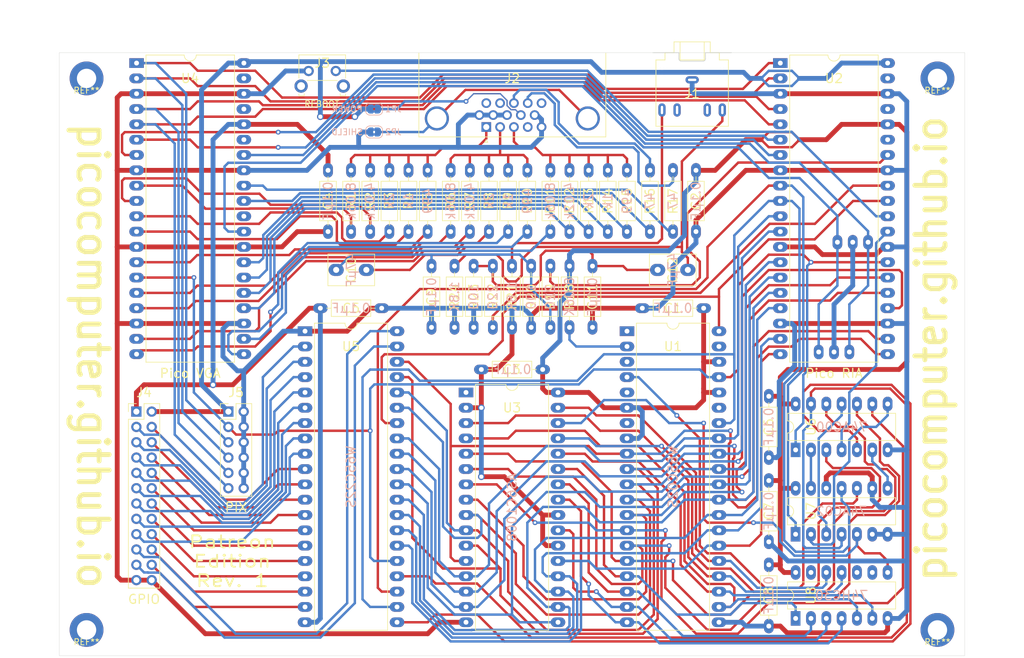
<source format=kicad_pcb>
(kicad_pcb (version 20221018) (generator pcbnew)
  (layers (0 "F.Cu" signal) (31 "B.Cu" signal) (34 "B.Paste" user) (35 "F.Paste" user) (36 "B.SilkS" user "B.Silkscreen") (37 "F.SilkS" user "F.Silkscreen") (38 "B.Mask" user) (39 "F.Mask" user) (44 "Edge.Cuts" user))
  (net 0 "")
  (net 1 "+3V3A")
  (net 2 "+3V3B")
  (net 3 "Net-(C10-Pad1)")
  (net 4 "/AUDL")
  (net 5 "Net-(C11-Pad1)")
  (net 6 "/AUDR")
  (net 7 "/REDV")
  (net 8 "/GRNV")
  (net 9 "/A0")
  (net 10 "/A1")
  (net 11 "/A2")
  (net 12 "/A3")
  (net 13 "/A4")
  (net 14 "/A5")
  (net 15 "/A6")
  (net 16 "/A7")
  (net 17 "/A8")
  (net 18 "/A9")
  (net 19 "/A10")
  (net 20 "/A11")
  (net 21 "GND")
  (net 22 "/A12")
  (net 23 "/A13")
  (net 24 "/A14")
  (net 25 "/A15")
  (net 26 "/D7")
  (net 27 "/D6")
  (net 28 "/D5")
  (net 29 "/D4")
  (net 30 "/D3")
  (net 31 "/D2")
  (net 32 "/D1")
  (net 33 "/D0")
  (net 34 "/BLUV")
  (net 36 "VBUS")
  (net 37 "/PHI2")
  (net 40 "Net-(J2-Pad13)")
  (net 41 "Net-(J2-Pad14)")
  (net 43 "/RUN")
  (net 44 "/PIX0")
  (net 45 "/PIX1")
  (net 46 "/PIX2")
  (net 47 "/PIX3")
  (net 48 "/RED0")
  (net 49 "/RED1")
  (net 50 "/RED2")
  (net 51 "/RED3")
  (net 52 "/RED4")
  (net 53 "/GRN0")
  (net 54 "/GRN1")
  (net 55 "/GRN2")
  (net 56 "/GRN3")
  (net 57 "/GRN4")
  (net 58 "/BLU0")
  (net 59 "/BLU1")
  (net 60 "/BLU2")
  (net 61 "/BLU3")
  (net 62 "/BLU4")
  (net 63 "/HSYNC")
  (net 64 "/VSYNC")
  (net 65 "Net-(U1-RDY)")
  (net 66 "/PWML")
  (net 67 "/PWMR")
  (net 70 "/IRQB")
  (net 73 "/RWB")
  (net 76 "/RESB")
  (net 77 "/UTX")
  (net 78 "/URX")
  (net 79 "/RREQ")
  (net 80 "/RIRQB")
  (net 85 "/WE#")
  (net 86 "/IORQB")
  (net 87 "/SWCLK")
  (net 89 "/SWDIO")
  (net 93 "/PA0")
  (net 94 "/PA1")
  (net 95 "/PA2")
  (net 96 "/PA3")
  (net 97 "/PA4")
  (net 98 "/PA5")
  (net 99 "/PA6")
  (net 100 "/PA7")
  (net 101 "/PB0")
  (net 102 "/PB1")
  (net 103 "/PB2")
  (net 104 "/PB3")
  (net 105 "/PB4")
  (net 106 "/PB5")
  (net 107 "/PB6")
  (net 108 "/PB7")
  (net 109 "/CB0")
  (net 110 "/CB1")
  (net 111 "/VIRQB")
  (net 112 "/IORQ")
  (net 113 "/CA1")
  (net 114 "/CA0")
  (net 115 "Net-(U6-Pad2)")
  (net 116 "Net-(U6-Pad6)")
  (net 117 "Net-(U6-Pad8)")
  (net 118 "Net-(U6-Pad11)")
  (net 121 "Net-(JP2-A)")
  (net 122 "Net-(JP1-A)")
  (footprint "rp6502:R_Axial_DIN0207_L6.3mm_D2.5mm_P10.16mm_Horizontal_Long" (layer "F.Cu") (at 136.525 102.235 90)
    (fp_text reference "R22")
    (fp_text value "220")
  )
  (footprint "rp6502:R_Axial_DIN0207_L6.3mm_D2.5mm_P10.16mm_Horizontal_Long" (layer "F.Cu") (at 155.575 86.36 90)
    (fp_text reference "R14")
    (fp_text value "1k")
  )
  (footprint "rp6502:R_Axial_DIN0207_L6.3mm_D2.5mm_P10.16mm_Horizontal_Long" (layer "F.Cu") (at 158.75 86.36 90)
    (fp_text reference "R15")
    (fp_text value "499")
  )
  (footprint "Connector_PinHeader_2.54mm:PinHeader_2x12_P2.54mm_Vertical" (layer "F.Cu") (at 77.47 116.205)
    (fp_text reference "J4")
    (fp_text value "GPIO")
  )
  (footprint "rp6502:R_Axial_DIN0207_L6.3mm_D2.5mm_P10.16mm_Horizontal_Long" (layer "F.Cu") (at 116.205 86.36 90)
    (fp_text reference "R2")
    (fp_text value "4.02k")
  )
  (footprint "rp6502:R_Axial_DIN0207_L6.3mm_D2.5mm_P10.16mm_Horizontal_Long" (layer "F.Cu") (at 125.73 86.36 90)
    (fp_text reference "R5")
    (fp_text value "499")
  )
  (footprint "Package_DIP:DIP-40_W15.24mm_LongPads" (layer "F.Cu") (at 105.41 102.87)
    (fp_text reference "U5")
    (fp_text value "W65C22S")
  )
  (footprint "rp6502:R_Axial_DIN0207_L6.3mm_D2.5mm_P10.16mm_Horizontal_Long" (layer "F.Cu") (at 144.78 109.22 180)
    (fp_text reference "C3")
    (fp_text value "0.1μF")
  )
  (footprint "rp6502:R_Axial_DIN0207_L6.3mm_D2.5mm_P10.16mm_Horizontal_Long" (layer "F.Cu") (at 126.365 92.075 -90)
    (fp_text reference "C9")
    (fp_text value "0.1μF")
  )
  (footprint "rp6502:R_Axial_DIN0207_L6.3mm_D2.5mm_P10.16mm_Horizontal_Long" (layer "F.Cu") (at 146.05 92.075 -90)
    (fp_text reference "R19")
    (fp_text value "220")
  )
  (footprint "rp6502:DIP-40_W17.78mm_LongPads" (layer "F.Cu") (at 77.5 58.42)
    (fp_text reference "U4")
    (fp_text value "Pico VGA")
  )
  (footprint "Package_DIP:DIP-14_W7.62mm_LongPads" (layer "F.Cu") (at 186.69 122.555 90)
    (fp_text reference "U6")
    (fp_text value "74AC00")
  )
  (footprint "rp6502:R_Axial_DIN0207_L6.3mm_D2.5mm_P10.16mm_Horizontal_Long" (layer "F.Cu") (at 130.175 92.075 -90)
    (fp_text reference "R24")
    (fp_text value "1.8K")
  )
  (footprint "rp6502:R_Axial_DIN0207_L6.3mm_D2.5mm_P10.16mm_Horizontal_Long" (layer "F.Cu") (at 149.225 92.075 -90)
    (fp_text reference "R18")
    (fp_text value "8.06K")
  )
  (footprint "Package_DIP:DIP-14_W7.62mm_LongPads" (layer "F.Cu") (at 186.685 136.54 90)
    (fp_text reference "U7")
    (fp_text value "74AC02")
  )
  (footprint "rp6502:R_Axial_DIN0207_L6.3mm_D2.5mm_P10.16mm_Horizontal_Long" (layer "F.Cu") (at 171.45 99.06 180)
    (fp_text reference "C1")
    (fp_text value "0.1μF")
  )
  (footprint "rp6502:R_Axial_DIN0207_L6.3mm_D2.5mm_P10.16mm_Horizontal_Long" (layer "F.Cu") (at 132.715 86.36 90)
    (fp_text reference "R7")
    (fp_text value "4.02k")
  )
  (footprint "rp6502:R_Axial_DIN0207_L6.3mm_D2.5mm_P10.16mm_Horizontal_Long" (layer "F.Cu") (at 119.38 86.36 90)
    (fp_text reference "R3")
    (fp_text value "2k")
  )
  (footprint "MountingHole:MountingHole_3.2mm_M3_DIN965_Pad" (layer "F.Cu") (at 210.185 152.4)
    (fp_text reference "REF**")
    (fp_text value "MountingHole_3.2mm_M3_DIN965_Pad")
  )
  (footprint "MountingHole:MountingHole_3.2mm_M3_DIN965_Pad" (layer "F.Cu") (at 69.215 152.4)
    (fp_text reference "REF**")
    (fp_text value "MountingHole_3.2mm_M3_DIN965_Pad")
  )
  (footprint "rp6502:R_Axial_DIN0207_L6.3mm_D2.5mm_P10.16mm_Horizontal_Long" (layer "F.Cu") (at 182.245 127.635 -90)
    (fp_text reference "C7")
    (fp_text value "0.1μF")
  )
  (footprint "rp6502:R_Axial_DIN0207_L6.3mm_D2.5mm_P10.16mm_Horizontal_Long" (layer "F.Cu") (at 139.065 86.36 90)
    (fp_text reference "R9")
    (fp_text value "1k")
  )
  (footprint "Connector_Dsub:DSUB-15-HD_Female_Horizontal_P2.29x1.98mm_EdgePinOffset8.35mm_Housed_MountingHolesOffset10.89mm" (layer "F.Cu") (at 135.4375 69.02 180)
    (fp_text reference "J2")
    (fp_text value "VGA")
  )
  (footprint "rp6502:R_Axial_DIN0207_L6.3mm_D2.5mm_P10.16mm_Horizontal_Long" (layer "F.Cu") (at 133.35 92.075 -90)
    (fp_text reference "R23")
    (fp_text value "100")
  )
  (footprint "rp6502:DIP-40_W17.78mm_LongPads_PicoDebug" (layer "F.Cu") (at 184.15 58.42)
    (fp_text reference "U2")
    (fp_text value "Pico RIA")
  )
  (footprint "rp6502:R_Axial_DIN0207_L6.3mm_D2.5mm_P10.16mm_Horizontal_Long" (layer "F.Cu") (at 109.22 76.2 -90)
    (fp_text reference "C4")
    (fp_text value "0.1μF")
  )
  (footprint "rp6502:R_Axial_DIN0207_L6.3mm_D2.5mm_P10.16mm_Horizontal_Long" (layer "F.Cu") (at 129.54 86.36 90)
    (fp_text reference "R6")
    (fp_text value "8.06k")
  )
  (footprint "rp6502:C_Disc_D7.5mm_W5.0mm_P5.00mm_Long" (layer "F.Cu") (at 163.83 92.71)
    (fp_text reference "C12")
    (fp_text value "47μF")
  )
  (footprint "rp6502:R_Axial_DIN0207_L6.3mm_D2.5mm_P10.16mm_Horizontal_Long" (layer "F.Cu") (at 162.56 76.2 -90)
    (fp_text reference "R16")
    (fp_text value "47")
  )
  (footprint "rp6502:R_Axial_DIN0207_L6.3mm_D2.5mm_P10.16mm_Horizontal_Long" (layer "F.Cu") (at 113.03 86.36 90)
    (fp_text reference "R1")
    (fp_text value "8.06k")
  )
  (footprint "Connector_Audio:Jack_3.5mm_CUI_SJ1-3525N_Horizontal" (layer "F.Cu") (at 169.545 61.2 180)
    (fp_text reference "J1")
    (fp_text value "AUDIO")
    (fp_line (start -2.2 3.5) (end -2.2 4.5) (stroke (width 0.12)) (layer "Edge.Cuts"))
    (fp_line (start -2.2 4.5) (end -6.5 4.5) (stroke (width 0.12)) (layer "Edge.Cuts"))
    (fp_line (start 1.8 3.1) (end -1.8 3.1) (stroke (width 0.12)) (layer "Edge.Cuts"))
    (fp_line (start 2.2 3.5) (end 2.2 4.5) (stroke (width 0.12)) (layer "Edge.Cuts"))
    (fp_line (start 2.2 4.5) (end 6.5 4.5) (stroke (width 0.12)) (layer "Edge.Cuts"))
    (fp_arc (start -2.2 3.5) (mid -2.082842 3.217158) (end -1.8 3.1) (stroke (width 0.12)) (layer "Edge.Cuts"))
    (fp_arc (start 1.8 3.1) (mid 2.082843 3.217157) (end 2.2 3.5) (stroke (width 0.12)) (layer "Edge.Cuts"))
  )
  (footprint "rp6502:R_Axial_DIN0207_L6.3mm_D2.5mm_P10.16mm_Horizontal_Long" (layer "F.Cu") (at 170.18 76.2 -90)
    (fp_text reference "C2")
    (fp_text value "0.1μF")
  )
  (footprint "rp6502:R_Axial_DIN0207_L6.3mm_D2.5mm_P10.16mm_Horizontal_Long" (layer "F.Cu") (at 135.89 86.36 90)
    (fp_text reference "R8")
    (fp_text value "2k")
  )
  (footprint "MountingHole:MountingHole_3.2mm_M3_DIN965_Pad" (layer "F.Cu") (at 210.185 60.96)
    (fp_text reference "REF**")
    (fp_text value "MountingHole_3.2mm_M3_DIN965_Pad")
  )
  (footprint "Button_Switch_THT:SW_Tactile_SKHH_Angled" (layer "F.Cu") (at 106.01 59.73)
    (fp_text reference "J3")
    (fp_text value "REBOOT")
  )
  (footprint "rp6502:R_Axial_DIN0207_L6.3mm_D2.5mm_P10.16mm_Horizontal_Long" (layer "F.Cu") (at 139.7 92.075 -90)
    (fp_text reference "R21")
    (fp_text value "1.8K")
  )
  (footprint "Package_DIP:DIP-14_W7.62mm_LongPads" (layer "F.Cu") (at 186.69 150.495 90)
    (fp_text reference "U8")
    (fp_text value "74HC30")
  )
  (footprint "rp6502:R_Axial_DIN0207_L6.3mm_D2.5mm_P10.16mm_Horizontal_Long" (layer "F.Cu") (at 142.875 92.075 -90)
    (fp_text reference "R20")
    (fp_text value "100")
  )
  (footprint "rp6502:R_Axial_DIN0207_L6.3mm_D2.5mm_P10.16mm_Horizontal_Long" (layer "F.Cu") (at 153.035 92.075 -90)
    (fp_text reference "C11")
    (fp_text value "0.1μF")
  )
  (footprint "rp6502:R_Axial_DIN0207_L6.3mm_D2.5mm_P10.16mm_Horizontal_Long" (layer "F.Cu") (at 152.4 86.36 90)
    (fp_text reference "R13")
    (fp_text value "2k")
  )
  (footprint "rp6502:R_Axial_DIN0207_L6.3mm_D2.5mm_P10.16mm_Horizontal_Long" (layer "F.Cu") (at 149.225 86.36 90)
    (fp_text reference "R12")
    (fp_text value "4.02k")
  )
  (footprint "rp6502:C_Disc_D7.5mm_W5.0mm_P5.00mm_Long" (layer "F.Cu") (at 110.57 92.71)
    (fp_text reference "C10")
    (fp_text value "47μF")
  )
  (footprint "Connector_PinHeader_2.54mm:PinHeader_2x06_P2.54mm_Vertical" (layer "F.Cu") (at 92.71 116.205)
    (fp_text reference "J5")
    (fp_text value "PIX")
  )
  (footprint "rp6502:R_Axial_DIN0207_L6.3mm_D2.5mm_P10.16mm_Horizontal_Long" (layer "F.Cu") (at 122.555 86.36 90)
    (fp_text reference "R4")
    (fp_text value "1k")
  )
  (footprint "rp6502:R_Axial_DIN0207_L6.3mm_D2.5mm_P10.16mm_Horizontal_Long" (layer "F.Cu") (at 182.245 113.665 -90)
    (fp_text reference "C6")
    (fp_text value "0.1μF")
  )
  (footprint "Package_DIP:DIP-32_W15.24mm_LongPads" (layer "F.Cu") (at 132.08 113.03)
    (fp_text reference "U3")
    (fp_text value "AS6C1008")
  )
  (footprint "rp6502:R_Axial_DIN0207_L6.3mm_D2.5mm_P10.16mm_Horizontal_Long" (layer "F.Cu") (at 182.245 141.605 -90)
    (fp_text reference "C8")
    (fp_text value "0.1μF")
  )
  (footprint "rp6502:R_Axial_DIN0207_L6.3mm_D2.5mm_P10.16mm_Horizontal_Long" (layer "F.Cu") (at 107.95 99.06)
    (fp_text reference "C5")
    (fp_text value "0.1μF")
  )
  (footprint "rp6502:R_Axial_DIN0207_L6.3mm_D2.5mm_P10.16mm_Horizontal_Long" (layer "F.Cu") (at 146.05 86.36 90)
    (fp_text reference "R11")
    (fp_text value "8.06k")
  )
  (footprint "Package_DIP:DIP-40_W15.24mm_LongPads" (layer "F.Cu") (at 158.75 102.87)
    (fp_text reference "U1")
    (fp_text value "W65C02S")
  )
  (footprint "rp6502:R_Axial_DIN0207_L6.3mm_D2.5mm_P10.16mm_Horizontal_Long" (layer "F.Cu") (at 142.24 86.36 90)
    (fp_text reference "R10")
    (fp_text value "499")
  )
  (footprint "rp6502:R_Axial_DIN0207_L6.3mm_D2.5mm_P10.16mm_Horizontal_Long" (layer "F.Cu") (at 166.37 76.2 -90)
    (fp_text reference "R17")
    (fp_text value "47")
  )
  (footprint "MountingHole:MountingHole_3.2mm_M3_DIN965_Pad" (layer "F.Cu") (at 69.215 60.96)
    (fp_text reference "REF**")
    (fp_text value "MountingHole_3.2mm_M3_DIN965_Pad")
  )
  (footprint "Jumper:SolderJumper-2_P1.3mm_Bridged2Bar_RoundedPad1.0x1.5mm" (layer "B.Cu") (at 116.855 66.04 180)
    (fp_text reference "JP1")
    (fp_text value "POWER")
  )
  (footprint "Jumper:SolderJumper-2_P1.3mm_Bridged2Bar_RoundedPad1.0x1.5mm" (layer "B.Cu") (at 116.855 69.85 180)
    (fp_text reference "JP2")
    (fp_text value "SHIELD")
  )
  (gr_rect locked (start 64.7 56.68) (end 214.7 156.68) (stroke (width 0.05)) (fill none) (layer "Edge.Cuts"))
  (gr_text "picocomputer.github.io" (at 212.09 144.78 90) (layer "F.SilkS") (effects (font (size 5 4.5) (thickness 0.8) bold) (justify left bottom)))
  (gr_text "Patreon\nEdition\nRev. 1" (at 93.345 145.415) (layer "F.SilkS") (effects (font (size 2 2.5) (thickness 0.3)) (justify bottom)))
  (gr_text "picocomputer.github.io" (at 67.31 67.945 270) (layer "F.SilkS") (effects (font (size 5 4.5) (thickness 0.8) bold) (justify left bottom)))
  (segment (start 191.77 71.12) (end 194.31 68.58) (width 0.8) (layer "F.Cu") (net 1))
  (segment (start 178.435 71.12) (end 173.355 76.2) (width 0.8) (layer "F.Cu") (net 1))
  (segment (start 152.4 113.03) (end 154.94 115.57) (width 0.8) (layer "F.Cu") (net 1))
  (segment (start 184.15 113.665) (end 184.15 114.935) (width 0.8) (layer "F.Cu") (net 1))
  (segment (start 187.325 71.12) (end 186.075 72.37) (width 0.4) (layer "F.Cu") (net 1))
  (segment (start 182.245 141.605) (end 184.15 141.605) (width 0.8) (layer "F.Cu") (net 1))
  (segment (start 184.165 128.92) (end 186.685 128.92) (width 0.8) (layer "F.Cu") (net 1))
  (segment (start 158.75 115.57) (end 170.18 115.57) (width 0.8) (layer "F.Cu") (net 1))
  (segment (start 173.99 113.03) (end 171.45 113.03) (width 0.8) (layer "F.Cu") (net 1))
  (segment (start 180.975 71.12) (end 182.225 69.87) (width 0.4) (layer "F.Cu") (net 1))
  (segment (start 184.15 113.665) (end 184.15 110.49) (width 0.8) (layer "F.Cu") (net 1))
  (segment (start 182.225 72.37) (end 180.975 71.12) (width 0.4) (layer "F.Cu") (net 1))
  (segment (start 184.15 113.665) (end 184.15 127.635) (width 0.8) (layer "F.Cu") (net 1))
  (segment (start 186.075 69.87) (end 187.325 71.12) (width 0.4) (layer "F.Cu") (net 1))
  (segment (start 203.835 109.22) (end 205.105 107.95) (width 0.8) (layer "F.Cu") (net 1))
  (segment (start 184.785 142.875) (end 186.69 142.875) (width 0.8) (layer "F.Cu") (net 1))
  (segment (start 171.45 112.395) (end 171.45 113.03) (width 0.8) (layer "F.Cu") (net 1))
  (segment (start 182.245 127.635) (end 184.15 127.635) (width 0.8) (layer "F.Cu") (net 1))
  (segment (start 203.835 68.58) (end 201.93 68.58) (width 0.8) (layer "F.Cu") (net 1))
  (segment (start 171.45 113.03) (end 171.45 114.3) (width 0.8) (layer "F.Cu") (net 1))
  (segment (start 154.94 115.57) (end 158.75 115.57) (width 0.8) (layer "F.Cu") (net 1))
  (segment (start 182.245 113.665) (end 184.15 113.665) (width 0.8) (layer "F.Cu") (net 1))
  (segment (start 144.78 109.22) (end 144.78 112.395) (width 0.8) (layer "F.Cu") (net 1))
  (segment (start 171.45 99.06) (end 171.45 107.95) (width 0.8) (layer "F.Cu") (net 1))
  (segment (start 173.99 107.95) (end 171.45 107.95) (width 0.8) (layer "F.Cu") (net 1))
  (segment (start 171.45 114.3) (end 170.18 115.57) (width 0.8) (layer "F.Cu") (net 1))
  (segment (start 186.075 72.37) (end 182.225 72.37) (width 0.4) (layer "F.Cu") (net 1))
  (segment (start 180.975 71.12) (end 178.435 71.12) (width 0.8) (layer "F.Cu") (net 1))
  (segment (start 205.105 107.95) (end 205.105 69.85) (width 0.8) (layer "F.Cu") (net 1))
  (segment (start 184.15 127.635) (end 184.15 141.605) (width 0.8) (layer "F.Cu") (net 1))
  (segment (start 184.15 110.49) (end 185.42 109.22) (width 0.8) (layer "F.Cu") (net 1))
  (segment (start 187.325 71.12) (end 191.77 71.12) (width 0.8) (layer "F.Cu") (net 1))
  (segment (start 145.415 113.03) (end 147.32 113.03) (width 0.8) (layer "F.Cu") (net 1))
  (segment (start 144.78 112.395) (end 145.415 113.03) (width 0.8) (layer "F.Cu") (net 1))
  (segment (start 185.42 109.22) (end 203.835 109.22) (width 0.8) (layer "F.Cu") (net 1))
  (segment (start 184.15 114.935) (end 186.69 114.935) (width 0.8) (layer "F.Cu") (net 1))
  (segment (start 184.15 141.605) (end 184.15 142.24) (width 0.8) (layer "F.Cu") (net 1))
  (segment (start 147.32 113.03) (end 152.4 113.03) (width 0.8) (layer "F.Cu") (net 1))
  (segment (start 184.15 142.24) (end 184.785 142.875) (width 0.8) (layer "F.Cu") (net 1))
  (segment (start 173.355 76.2) (end 170.18 76.2) (width 0.8) (layer "F.Cu") (net 1))
  (segment (start 194.31 68.58) (end 201.93 68.58) (width 0.8) (layer "F.Cu") (net 1))
  (segment (start 182.225 69.87) (end 186.075 69.87) (width 0.4) (layer "F.Cu") (net 1))
  (segment (start 184.15 128.905) (end 184.165 128.92) (width 0.8) (layer "F.Cu") (net 1))
  (segment (start 205.105 69.85) (end 203.835 68.58) (width 0.8) (layer "F.Cu") (net 1))
  (segment (start 171.45 107.95) (end 171.45 112.395) (width 0.8) (layer "F.Cu") (net 1))
  (segment (start 168.275 86.995) (end 168.275 80.01) (width 0.8) (layer "B.Cu") (net 1))
  (segment (start 161.29 120.015) (end 161.29 116.205) (width 0.8) (layer "B.Cu") (net 1))
  (segment (start 149.86 89.535) (end 165.735 89.535) (width 0.8) (layer "B.Cu") (net 1))
  (segment (start 149.225 92.075) (end 149.225 90.17) (width 0.8) (layer "B.Cu") (net 1))
  (segment (start 160.655 115.57) (end 158.75 115.57) (width 0.8) (layer "B.Cu") (net 1))
  (segment (start 144.78 107.315) (end 144.78 109.22) (width 0.8) (layer "B.Cu") (net 1))
  (segment (start 165.735 89.535) (end 168.275 86.995) (width 0.8) (layer "B.Cu") (net 1))
  (segment (start 161.29 116.205) (end 160.655 115.57) (width 0.8) (layer "B.Cu") (net 1))
  (segment (start 149.225 92.075) (end 149.225 96.52) (width 0.8) (layer "B.Cu") (net 1))
  (segment (start 170.18 78.105) (end 170.18 76.2) (width 0.8) (layer "B.Cu") (net 1))
  (segment (start 168.275 80.01) (end 170.18 78.105) (width 0.8) (layer "B.Cu") (net 1))
  (segment (start 149.225 90.17) (end 149.86 89.535) (width 0.8) (layer "B.Cu") (net 1))
  (segment (start 149.225 96.52) (end 147.648977 98.096023) (width 0.8) (layer "B.Cu") (net 1))
  (segment (start 147.648977 98.096023) (end 147.648977 104.446023) (width 0.8) (layer "B.Cu") (net 1))
  (segment (start 158.75 120.65) (end 160.655 120.65) (width 0.8) (layer "B.Cu") (net 1))
  (segment (start 147.648977 104.446023) (end 144.78 107.315) (width 0.8) (layer "B.Cu") (net 1))
  (segment (start 160.655 120.65) (end 161.29 120.015) (width 0.8) (layer "B.Cu") (net 1))
  (segment (start 104.14 68.58) (end 95.28 68.58) (width 0.8) (layer "F.Cu") (net 2))
  (segment (start 90.17 111.76) (end 78.74 111.76) (width 0.8) (layer "F.Cu") (net 2))
  (segment (start 93.45 111.76) (end 106.15 99.06) (width 0.8) (layer "F.Cu") (net 2))
  (segment (start 109.22 76.2) (end 109.22 73.66) (width 0.8) (layer "F.Cu") (net 2))
  (segment (start 106.15 99.06) (end 107.95 99.06) (width 0.8) (layer "F.Cu") (net 2))
  (segment (start 90.17 111.76) (end 93.45 111.76) (width 0.8) (layer "F.Cu") (net 2))
  (segment (start 109.22 73.66) (end 104.14 68.58) (width 0.8) (layer "F.Cu") (net 2))
  (segment (start 78.74 111.76) (end 77.47 113.03) (width 0.8) (layer "F.Cu") (net 2))
  (segment (start 77.47 113.03) (end 77.47 116.205) (width 0.8) (layer "F.Cu") (net 2))
  (via (at 90.17 111.76) (size 1.1) (drill 0.7) (layers "F.Cu" "B.Cu") (net 2))
  (segment (start 107.95 99.06) (end 107.95 150.495) (width 0.8) (layer "B.Cu") (net 2))
  (segment (start 90.17 111.76) (end 90.17 71.12) (width 0.8) (layer "B.Cu") (net 2))
  (segment (start 92.71 68.58) (end 95.28 68.58) (width 0.8) (layer "B.Cu") (net 2))
  (segment (start 107.95 150.495) (end 107.315 151.13) (width 0.8) (layer "B.Cu") (net 2))
  (segment (start 107.315 151.13) (end 105.41 151.13) (width 0.8) (layer "B.Cu") (net 2))
  (segment (start 90.17 71.12) (end 92.71 68.58) (width 0.8) (layer "B.Cu") (net 2))
  (segment (start 146.05 99.06) (end 142.875 95.885) (width 0.4) (layer "B.Cu") (net 3))
  (segment (start 113.11 90.17) (end 126.32 90.17) (width 0.4) (layer "B.Cu") (net 3))
  (segment (start 142.875 92.075) (end 140.97 90.17) (width 0.4) (layer "B.Cu") (net 3))
  (segment (start 142.875 95.885) (end 142.875 92.075) (width 0.4) (layer "B.Cu") (net 3))
  (segment (start 110.57 92.71) (end 113.11 90.17) (width 0.4) (layer "B.Cu") (net 3))
  (segment (start 126.41 90.17) (end 126.365 90.215) (width 0.4) (layer "B.Cu") (net 3))
  (segment (start 146.05 102.235) (end 146.05 99.06) (width 0.4) (layer "B.Cu") (net 3))
  (segment (start 140.97 90.17) (end 126.41 90.17) (width 0.4) (layer "B.Cu") (net 3))
  (segment (start 126.32 90.17) (end 126.365 90.215) (width 0.4) (layer "B.Cu") (net 3))
  (segment (start 126.365 90.215) (end 126.365 92.075) (width 0.4) (layer "B.Cu") (net 3))
  (segment (start 163.83 88.265) (end 164.545 87.55) (width 0.4) (layer "F.Cu") (net 4))
  (segment (start 122.774112 92.71) (end 115.57 92.71) (width 0.4) (layer "F.Cu") (net 4))
  (segment (start 131.998476 88.915) (end 130.698476 90.215) (width 0.4) (layer "F.Cu") (net 4))
  (segment (start 139.7 92.075) (end 139.7 88.9) (width 0.4) (layer "F.Cu") (net 4))
  (segment (start 125.269112 90.215) (end 122.774112 92.71) (width 0.4) (layer "F.Cu") (net 4))
  (segment (start 164.545 87.55) (end 164.545 66.2) (width 0.4) (layer "F.Cu") (net 4))
  (segment (start 139.685 88.915) (end 131.998476 88.915) (width 0.4) (layer "F.Cu") (net 4))
  (segment (start 130.698476 90.215) (end 125.269112 90.215) (width 0.4) (layer "F.Cu") (net 4))
  (segment (start 139.7 88.9) (end 140.335 88.265) (width 0.4) (layer "F.Cu") (net 4))
  (segment (start 139.7 88.9) (end 139.685 88.915) (width 0.4) (layer "F.Cu") (net 4))
  (segment (start 140.335 88.265) (end 163.83 88.265) (width 0.4) (layer "F.Cu") (net 4))
  (segment (start 153.035 92.075) (end 158.115 92.075) (width 0.4) (layer "F.Cu") (net 5))
  (segment (start 152.4 89.535) (end 145.263616 89.535) (width 0.4) (layer "F.Cu") (net 5))
  (segment (start 144.464862 94.295138) (end 143.51 95.25) (width 0.4) (layer "F.Cu") (net 5))
  (segment (start 136.525 94.615) (end 136.525 92.075) (width 0.4) (layer "F.Cu") (net 5))
  (segment (start 158.75 92.71) (end 163.83 92.71) (width 0.4) (layer "F.Cu") (net 5))
  (segment (start 153.035 92.075) (end 153.035 90.17) (width 0.4) (layer "F.Cu") (net 5))
  (segment (start 144.464862 90.333754) (end 144.464862 94.295138) (width 0.4) (layer "F.Cu") (net 5))
  (segment (start 158.115 92.075) (end 158.75 92.71) (width 0.4) (layer "F.Cu") (net 5))
  (segment (start 143.51 95.25) (end 137.16 95.25) (width 0.4) (layer "F.Cu") (net 5))
  (segment (start 137.16 95.25) (end 136.525 94.615) (width 0.4) (layer "F.Cu") (net 5))
  (segment (start 133.35 92.075) (end 136.525 92.075) (width 0.4) (layer "F.Cu") (net 5))
  (segment (start 153.035 90.17) (end 152.4 89.535) (width 0.4) (layer "F.Cu") (net 5))
  (segment (start 145.263616 89.535) (end 144.464862 90.333754) (width 0.4) (layer "F.Cu") (net 5))
  (segment (start 174.545 68.025) (end 174.545 66.2) (width 0.4) (layer "F.Cu") (net 6))
  (segment (start 140.335 94.615) (end 139.065 94.615) (width 0.4) (layer "F.Cu") (net 6))
  (segment (start 137.16 90.17) (end 132.08 90.17) (width 0.4) (layer "F.Cu") (net 6))
  (segment (start 138.175 91.185) (end 137.16 90.17) (width 0.4) (layer "F.Cu") (net 6))
  (segment (start 167.846522 74.723478) (end 174.545 68.025) (width 0.4) (layer "F.Cu") (net 6))
  (segment (start 138.175 93.725) (end 138.175 91.185) (width 0.4) (layer "F.Cu") (net 6))
  (segment (start 132.08 90.17) (end 130.175 92.075) (width 0.4) (layer "F.Cu") (net 6))
  (segment (start 141.317007 93.632993) (end 140.335 94.615) (width 0.4) (layer "F.Cu") (net 6))
  (segment (start 143.413972 88.9) (end 141.317007 90.996965) (width 0.4) (layer "F.Cu") (net 6))
  (segment (start 167.846522 88.9) (end 143.413972 88.9) (width 0.4) (layer "F.Cu") (net 6))
  (segment (start 139.065 94.615) (end 138.175 93.725) (width 0.4) (layer "F.Cu") (net 6))
  (segment (start 167.846522 89.741522) (end 167.846522 74.723478) (width 0.4) (layer "F.Cu") (net 6))
  (segment (start 168.83 90.725) (end 167.846522 89.741522) (width 0.4) (layer "F.Cu") (net 6))
  (segment (start 168.83 92.71) (end 168.83 90.725) (width 0.4) (layer "F.Cu") (net 6))
  (segment (start 141.317007 90.996965) (end 141.317007 93.632993) (width 0.4) (layer "F.Cu") (net 6))
  (segment (start 119.38 76.2) (end 119.38 73.66) (width 0.4) (layer "F.Cu") (net 7))
  (segment (start 119.38 73.66) (end 116.205 73.66) (width 0.4) (layer "F.Cu") (net 7))
  (segment (start 113.03 74.295) (end 113.03 76.2) (width 0.4) (layer "F.Cu") (net 7))
  (segment (start 122.555 73.66) (end 119.38 73.66) (width 0.4) (layer "F.Cu") (net 7))
  (segment (start 135.4375 70.9375) (end 135.4375 69.02) (width 0.4) (layer "F.Cu") (net 7))
  (segment (start 125.73 76.2) (end 125.73 73.66) (width 0.4) (layer "F.Cu") (net 7))
  (segment (start 128.27 72.39) (end 133.985 72.39) (width 0.4) (layer "F.Cu") (net 7))
  (segment (start 113.665 73.66) (end 113.03 74.295) (width 0.4) (layer "F.Cu") (net 7))
  (segment (start 127 73.66) (end 128.27 72.39) (width 0.4) (layer "F.Cu") (net 7))
  (segment (start 116.205 73.66) (end 113.665 73.66) (width 0.4) (layer "F.Cu") (net 7))
  (segment (start 125.73 73.66) (end 122.555 73.66) (width 0.4) (layer "F.Cu") (net 7))
  (segment (start 133.985 72.39) (end 135.4375 70.9375) (width 0.4) (layer "F.Cu") (net 7))
  (segment (start 116.205 76.2) (end 116.205 73.66) (width 0.4) (layer "F.Cu") (net 7))
  (segment (start 122.555 76.2) (end 122.555 73.66) (width 0.4) (layer "F.Cu") (net 7))
  (segment (start 125.73 73.66) (end 127 73.66) (width 0.4) (layer "F.Cu") (net 7))
  (segment (start 139.065 76.2) (end 139.065 73.66) (width 0.4) (layer "F.Cu") (net 8))
  (segment (start 129.54 74.295) (end 130.175 73.66) (width 0.4) (layer "F.Cu") (net 8))
  (segment (start 135.89 76.2) (end 135.89 73.66) (width 0.4) (layer "F.Cu") (net 8))
  (segment (start 141.605 73.66) (end 142.24 74.295) (width 0.4) (layer "F.Cu") (net 8))
  (segment (start 132.715 76.2) (end 132.715 73.66) (width 0.4) (layer "F.Cu") (net 8))
  (segment (start 129.54 76.2) (end 129.54 74.295) (width 0.4) (layer "F.Cu") (net 8))
  (segment (start 135.89 73.66) (end 141.605 73.66) (width 0.4) (layer "F.Cu") (net 8))
  (segment (start 142.24 74.295) (end 142.24 76.2) (width 0.4) (layer "F.Cu") (net 8))
  (segment (start 137.7275 69.02) (end 137.7275 73.5925) (width 0.4) (layer "F.Cu") (net 8))
  (segment (start 130.175 73.66) (end 135.89 73.66) (width 0.4) (layer "F.Cu") (net 8))
  (segment (start 129.54 140.335) (end 130.175 140.97) (width 0.4) (layer "F.Cu") (net 9))
  (segment (start 200.025 106.68) (end 201.93 106.68) (width 0.4) (layer "F.Cu") (net 9))
  (segment (start 129.54 121.92) (end 129.54 140.335) (width 0.4) (layer "F.Cu") (net 9))
  (segment (start 197.485 104.14) (end 200.025 106.68) (width 0.4) (layer "F.Cu") (net 9))
  (segment (start 158.75 123.19) (end 153.67 123.19) (width 0.4) (layer "F.Cu") (net 9))
  (segment (start 130.175 140.97) (end 132.08 140.97) (width 0.4) (layer "F.Cu") (net 9))
  (segment (start 122.555 107.95) (end 129.54 114.935) (width 0.4) (layer "F.Cu") (net 9))
  (segment (start 178.435 132.08) (end 180.3255 130.1895) (width 0.4) (layer "F.Cu") (net 9))
  (segment (start 180.3255 130.1895) (end 180.3255 107.3295) (width 0.4) (layer "F.Cu") (net 9))
  (segment (start 175.895 119.38) (end 175.895 121.285) (width 0.4) (layer "F.Cu") (net 9))
  (segment (start 120.65 107.95) (end 122.555 107.95) (width 0.4) (layer "F.Cu") (net 9))
  (segment (start 186.035 105.43) (end 187.325 104.14) (width 0.4) (layer "F.Cu") (net 9))
  (segment (start 175.895 121.285) (end 175.64 121.54) (width 0.4) (layer "F.Cu") (net 9))
  (segment (start 175.64 130.555) (end 177.165 132.08) (width 0.4) (layer "F.Cu") (net 9))
  (segment (start 152.38 121.9) (end 152.36 121.92) (width 0.4) (layer "F.Cu") (net 9))
  (segment (start 175.64 121.54) (end 175.64 130.555) (width 0.4) (layer "F.Cu") (net 9))
  (segment (start 177.165 132.08) (end 178.435 132.08) (width 0.4) (layer "F.Cu") (net 9))
  (segment (start 187.325 104.14) (end 197.485 104.14) (width 0.4) (layer "F.Cu") (net 9))
  (segment (start 180.3255 107.3295) (end 182.225 105.43) (width 0.4) (layer "F.Cu") (net 9))
  (segment (start 182.225 105.43) (end 186.035 105.43) (width 0.4) (layer "F.Cu") (net 9))
  (segment (start 152.36 121.92) (end 129.54 121.92) (width 0.4) (layer "F.Cu") (net 9))
  (segment (start 153.67 123.19) (end 152.38 121.9) (width 0.4) (layer "F.Cu") (net 9))
  (segment (start 129.54 114.935) (end 129.54 121.92) (width 0.4) (layer "F.Cu") (net 9))
  (via (at 175.895 119.38) (size 0.8) (drill 0.4) (layers "F.Cu" "B.Cu") (net 9))
  (segment (start 175.895 119.38) (end 168.275 119.38) (width 0.4) (layer "B.Cu") (net 9))
  (segment (start 168.275 119.38) (end 164.465 123.19) (width 0.4) (layer "B.Cu") (net 9))
  (segment (start 164.465 123.19) (end 158.75 123.19) (width 0.4) (layer "B.Cu") (net 9))
  (segment (start 177.165 130.81) (end 178.435 130.81) (width 0.4) (layer "F.Cu") (net 10))
  (segment (start 128.25 142.22) (end 137.775 142.22) (width 0.4) (layer "F.Cu") (net 10))
  (segment (start 123.19 137.16) (end 128.25 142.22) (width 0.4) (layer "F.Cu") (net 10))
  (segment (start 179.705 129.54) (end 179.705 105.41) (width 0.4) (layer "F.Cu") (net 10))
  (segment (start 198.755 102.87) (end 200.025 104.14) (width 0.4) (layer "F.Cu") (net 10))
  (segment (start 122.555 110.49) (end 123.19 111.125) (width 0.4) (layer "F.Cu") (net 10))
  (segment (start 133.985 138.43) (end 132.08 138.43) (width 0.4) (layer "F.Cu") (net 10))
  (segment (start 160.655 125.73) (end 163.83 128.905) (width 0.4) (layer "F.Cu") (net 10))
  (segment (start 161.396764 153.035) (end 144.145 153.035) (width 0.4) (layer "F.Cu") (net 10))
  (segment (start 163.83 150.601764) (end 161.396764 153.035) (width 0.4) (layer "F.Cu") (net 10))
  (segment (start 137.775 142.22) (end 137.795 142.24) (width 0.4) (layer "F.Cu") (net 10))
  (segment (start 158.75 125.73) (end 160.655 125.73) (width 0.4) (layer "F.Cu") (net 10))
  (segment (start 120.65 110.49) (end 122.555 110.49) (width 0.4) (layer "F.Cu") (net 10))
  (segment (start 182.245 102.87) (end 198.755 102.87) (width 0.4) (layer "F.Cu") (net 10))
  (segment (start 144.145 153.035) (end 137.795 146.685) (width 0.4) (layer "F.Cu") (net 10))
  (segment (start 123.19 111.125) (end 123.19 137.16) (width 0.4) (layer "F.Cu") (net 10))
  (segment (start 200.025 104.14) (end 201.93 104.14) (width 0.4) (layer "F.Cu") (net 10))
  (segment (start 176.314443 124.040557) (end 176.314443 129.959443) (width 0.4) (layer "F.Cu") (net 10))
  (segment (start 178.435 130.81) (end 179.705 129.54) (width 0.4) (layer "F.Cu") (net 10))
  (segment (start 163.83 128.905) (end 163.83 150.601764) (width 0.4) (layer "F.Cu") (net 10))
  (segment (start 176.53 121.92) (end 176.53 123.825) (width 0.4) (layer "F.Cu") (net 10))
  (segment (start 176.53 123.825) (end 176.314443 124.040557) (width 0.4) (layer "F.Cu") (net 10))
  (segment (start 179.705 105.41) (end 182.245 102.87) (width 0.4) (layer "F.Cu") (net 10))
  (segment (start 137.795 142.24) (end 133.985 138.43) (width 0.4) (layer "F.Cu") (net 10))
  (segment (start 176.314443 129.959443) (end 177.165 130.81) (width 0.4) (layer "F.Cu") (net 10))
  (segment (start 137.795 146.685) (end 137.795 142.24) (width 0.4) (layer "F.Cu") (net 10))
  (via (at 176.53 121.92) (size 0.8) (drill 0.4) (layers "F.Cu" "B.Cu") (net 10))
  (segment (start 164.465 125.73) (end 158.75 125.73) (width 0.4) (layer "B.Cu") (net 10))
  (segment (start 176.53 121.92) (end 168.275 121.92) (width 0.4) (layer "B.Cu") (net 10))
  (segment (start 168.275 121.92) (end 164.465 125.73) (width 0.4) (layer "B.Cu") (net 10))
  (segment (start 133.985 135.89) (end 132.08 135.89) (width 0.4) (layer "F.Cu") (net 11))
  (segment (start 177.8 123.823886) (end 177.8 97.155) (width 0.4) (layer "F.Cu") (net 11))
  (segment (start 182.225 92.73) (end 203.855 92.73) (width 0.4) (layer "F.Cu") (net 11))
  (segment (start 204.305 98.59) (end 203.835 99.06) (width 0.4) (layer "F.Cu") (net 11))
  (segment (start 139.065 146.05) (end 139.065 140.97) (width 0.4) (layer "F.Cu") (net 11))
  (segment (start 163.195 149.86) (end 160.655 152.4) (width 0.4) (layer "F.Cu") (net 11))
  (segment (start 203.855 92.73) (end 204.305 93.18) (width 0.4) (layer "F.Cu") (net 11))
  (segment (start 204.305 93.18) (end 204.305 98.59) (width 0.4) (layer "F.Cu") (net 11))
  (segment (start 139.065 140.97) (end 133.985 135.89) (width 0.4) (layer "F.Cu") (net 11))
  (segment (start 145.415 152.4) (end 139.065 146.05) (width 0.4) (layer "F.Cu") (net 11))
  (segment (start 160.655 128.27) (end 163.195 130.81) (width 0.4) (layer "F.Cu") (net 11))
  (segment (start 177.8 97.155) (end 182.225 92.73) (width 0.4) (layer "F.Cu") (net 11))
  (segment (start 160.655 152.4) (end 145.415 152.4) (width 0.4) (layer "F.Cu") (net 11))
  (segment (start 163.195 130.81) (end 163.195 149.86) (width 0.4) (layer "F.Cu") (net 11))
  (segment (start 177.164443 124.459443) (end 177.8 123.823886) (width 0.4) (layer "F.Cu") (net 11))
  (segment (start 158.75 128.27) (end 160.655 128.27) (width 0.4) (layer "F.Cu") (net 11))
  (segment (start 203.835 99.06) (end 201.93 99.06) (width 0.4) (layer "F.Cu") (net 11))
  (via (at 177.164443 124.459443) (size 0.8) (drill 0.4) (layers "F.Cu" "B.Cu") (net 11))
  (segment (start 168.275 124.46) (end 164.465 128.27) (width 0.4) (layer "B.Cu") (net 11))
  (segment (start 128.905 119.38) (end 128.905 134.62) (width 0.4) (layer "B.Cu") (net 11))
  (segment (start 177.163886 124.46) (end 168.275 124.46) (width 0.4) (layer "B.Cu") (net 11))
  (segment (start 130.175 135.89) (end 132.08 135.89) (width 0.4) (layer "B.Cu") (net 11))
  (segment (start 120.65 113.03) (end 122.555 113.03) (width 0.4) (layer "B.Cu") (net 11))
  (segment (start 177.164443 124.459443) (end 177.163886 124.46) (width 0.4) (layer "B.Cu") (net 11))
  (segment (start 128.905 134.62) (end 130.175 135.89) (width 0.4) (layer "B.Cu") (net 11))
  (segment (start 122.555 113.03) (end 128.905 119.38) (width 0.4) (layer "B.Cu") (net 11))
  (segment (start 164.465 128.27) (end 158.75 128.27) (width 0.4) (layer "B.Cu") (net 11))
  (segment (start 145.415 149.86) (end 140.335 144.78) (width 0.4) (layer "F.Cu") (net 12))
  (segment (start 162.56 147.955) (end 160.655 149.86) (width 0.4) (layer "F.Cu") (net 12))
  (segment (start 162.56 132.715) (end 162.56 147.955) (width 0.4) (layer "F.Cu") (net 12))
  (segment (start 193.675 96.52) (end 201.93 96.52) (width 0.4) (layer "F.Cu") (net 12))
  (segment (start 177.8 127) (end 179.07 125.73) (width 0.4) (layer "F.Cu") (net 12))
  (segment (start 133.985 133.35) (end 132.08 133.35) (width 0.4) (layer "F.Cu") (net 12))
  (segment (start 182.245 97.79) (end 192.405 97.79) (width 0.4) (layer "F.Cu") (net 12))
  (segment (start 192.405 97.79) (end 193.675 96.52) (width 0.4) (layer "F.Cu") (net 12))
  (segment (start 140.335 139.7) (end 133.985 133.35) (width 0.4) (layer "F.Cu") (net 12))
  (segment (start 179.07 100.965) (end 182.245 97.79) (width 0.4) (layer "F.Cu") (net 12))
  (segment (start 179.07 125.73) (end 179.07 100.965) (width 0.4) (layer "F.Cu") (net 12))
  (segment (start 160.655 149.86) (end 145.415 149.86) (width 0.4) (layer "F.Cu") (net 12))
  (segment (start 140.335 144.78) (end 140.335 139.7) (width 0.4) (layer "F.Cu") (net 12))
  (segment (start 158.75 130.81) (end 160.655 130.81) (width 0.4) (layer "F.Cu") (net 12))
  (segment (start 160.655 130.81) (end 162.56 132.715) (width 0.4) (layer "F.Cu") (net 12))
  (via (at 177.8 127) (size 0.8) (drill 0.4) (layers "F.Cu" "B.Cu") (net 12))
  (segment (start 168.295 126.98) (end 164.465 130.81) (width 0.4) (layer "B.Cu") (net 12))
  (segment (start 134.62 133.985) (end 133.985 133.35) (width 0.4) (layer "B.Cu") (net 12))
  (segment (start 164.465 130.81) (end 158.75 130.81) (width 0.4) (layer "B.Cu") (net 12))
  (segment (start 177.78 126.98) (end 168.295 126.98) (width 0.4) (layer "B.Cu") (net 12))
  (segment (start 130.155 137.14) (end 134.005 137.14) (width 0.4) (layer "B.Cu") (net 12))
  (segment (start 120.65 115.57) (end 122.555 115.57) (width 0.4) (layer "B.Cu") (net 12))
  (segment (start 122.555 115.57) (end 128.27 121.285) (width 0.4) (layer "B.Cu") (net 12))
  (segment (start 128.27 135.255) (end 130.155 137.14) (width 0.4) (layer "B.Cu") (net 12))
  (segment (start 177.8 127) (end 177.78 126.98) (width 0.4) (layer "B.Cu") (net 12))
  (segment (start 134.62 136.525) (end 134.62 133.985) (width 0.4) (layer "B.Cu") (net 12))
  (segment (start 133.985 133.35) (end 132.08 133.35) (width 0.4) (layer "B.Cu") (net 12))
  (segment (start 134.005 137.14) (end 134.62 136.525) (width 0.4) (layer "B.Cu") (net 12))
  (segment (start 128.27 121.285) (end 128.27 135.255) (width 0.4) (layer "B.Cu") (net 12))
  (segment (start 182.245 95.25) (end 192.405 95.25) (width 0.4) (layer "F.Cu") (net 13))
  (segment (start 158.75 133.35) (end 161.29 133.35) (width 0.4) (layer "F.Cu") (net 13))
  (segment (start 141.605 138.43) (end 133.985 130.81) (width 0.4) (layer "F.Cu") (net 13))
  (segment (start 145.415 147.32) (end 141.605 143.51) (width 0.4) (layer "F.Cu") (net 13))
  (segment (start 176.914443 125.980557) (end 178.435 124.46) (width 0.4) (layer "F.Cu") (net 13))
  (segment (start 177.8 129.54) (end 176.914443 128.654443) (width 0.4) (layer "F.Cu") (net 13))
  (segment (start 176.914443 128.654443) (end 176.914443 125.980557) (width 0.4) (layer "F.Cu") (net 13))
  (segment (start 193.675 93.98) (end 201.93 93.98) (width 0.4) (layer "F.Cu") (net 13))
  (segment (start 178.435 124.46) (end 178.435 99.06) (width 0.4) (layer "F.Cu") (net 13))
  (segment (start 160.655 147.32) (end 145.415 147.32) (width 0.4) (layer "F.Cu") (net 13))
  (segment (start 161.925 146.05) (end 160.655 147.32) (width 0.4) (layer "F.Cu") (net 13))
  (segment (start 192.405 95.25) (end 193.675 93.98) (width 0.4) (layer "F.Cu") (net 13))
  (segment (start 141.605 143.51) (end 141.605 138.43) (width 0.4) (layer "F.Cu") (net 13))
  (segment (start 133.985 130.81) (end 132.08 130.81) (width 0.4) (layer "F.Cu") (net 13))
  (segment (start 178.435 99.06) (end 182.245 95.25) (width 0.4) (layer "F.Cu") (net 13))
  (segment (start 161.29 133.35) (end 161.925 133.985) (width 0.4) (layer "F.Cu") (net 13))
  (segment (start 161.925 133.985) (end 161.925 146.05) (width 0.4) (layer "F.Cu") (net 13))
  (via (at 177.8 129.54) (size 0.8) (drill 0.4) (layers "F.Cu" "B.Cu") (net 13))
  (segment (start 177.8 129.54) (end 168.275 129.54) (width 0.4) (layer "B.Cu") (net 13))
  (segment (start 164.465 133.35) (end 158.75 133.35) (width 0.4) (layer "B.Cu") (net 13))
  (segment (start 168.275 129.54) (end 164.465 133.35) (width 0.4) (layer "B.Cu") (net 13))
  (segment (start 165.1 137.16) (end 164.465 137.795) (width 0.4) (layer "F.Cu") (net 14))
  (segment (start 164.465 137.795) (end 164.465 147.298001) (width 0.4) (layer "F.Cu") (net 14))
  (segment (start 165.1 135.89) (end 165.1 137.16) (width 0.4) (layer "F.Cu") (net 14))
  (segment (start 204.47 121.92) (end 199.39 116.84) (width 0.4) (layer "F.Cu") (net 14))
  (segment (start 143.51 134.62) (end 137.16 128.27) (width 0.4) (layer "F.Cu") (net 14))
  (segment (start 177.126003 153.03) (end 182.201003 147.955) (width 0.4) (layer "F.Cu") (net 14))
  (segment (start 137.16 128.27) (end 132.08 128.27) (width 0.4) (layer "F.Cu") (net 14))
  (segment (start 182.201003 147.955) (end 201.93 147.955) (width 0.4) (layer "F.Cu") (net 14))
  (segment (start 204.47 145.415) (end 204.47 121.92) (width 0.4) (layer "F.Cu") (net 14))
  (segment (start 164.465 147.298001) (end 170.196999 153.03) (width 0.4) (layer "F.Cu") (net 14))
  (segment (start 199.39 116.84) (end 199.39 114.935) (width 0.4) (layer "F.Cu") (net 14))
  (segment (start 201.93 147.955) (end 204.47 145.415) (width 0.4) (layer "F.Cu") (net 14))
  (segment (start 170.196999 153.03) (end 177.126003 153.03) (width 0.4) (layer "F.Cu") (net 14))
  (via (at 165.1 135.89) (size 0.8) (drill 0.4) (layers "F.Cu" "B.Cu") (net 14))
  (via (at 143.51 134.62) (size 0.8) (drill 0.4) (layers "F.Cu" "B.Cu") (net 14))
  (segment (start 165.1 135.89) (end 158.75 135.89) (width 0.4) (layer "B.Cu") (net 14))
  (segment (start 143.51 134.62) (end 152.4 134.62) (width 0.4) (layer "B.Cu") (net 14))
  (segment (start 153.67 135.89) (end 158.75 135.89) (width 0.4) (layer "B.Cu") (net 14))
  (segment (start 152.4 134.62) (end 153.67 135.89) (width 0.4) (layer "B.Cu") (net 14))
  (segment (start 200.66 120.65) (end 196.85 116.84) (width 0.4) (layer "F.Cu") (net 15))
  (segment (start 172.065 152.38) (end 175.915 152.38) (width 0.4) (layer "F.Cu") (net 15))
  (segment (start 165.735 139.7) (end 165.1 140.335) (width 0.4) (layer "F.Cu") (net 15))
  (segment (start 153.67 142.24) (end 153.67 130.81) (width 0.4) (layer "F.Cu") (net 15))
  (segment (start 156.21 144.78) (end 153.67 142.24) (width 0.4) (layer "F.Cu") (net 15))
  (segment (start 165.735 138.43) (end 165.735 139.7) (width 0.4) (layer "F.Cu") (net 15))
  (segment (start 195.58 134.62) (end 196.85 133.35) (width 0.4) (layer "F.Cu") (net 15))
  (segment (start 193.04 147.32) (end 195.58 144.78) (width 0.4) (layer "F.Cu") (net 15))
  (segment (start 140.315 126.98) (end 139.065 125.73) (width 0.4) (layer "F.Cu") (net 15))
  (segment (start 175.915 152.38) (end 180.975 147.32) (width 0.4) (layer "F.Cu") (net 15))
  (segment (start 161.29 144.145) (end 160.655 144.78) (width 0.4) (layer "F.Cu") (net 15))
  (segment (start 201.295 125.095) (end 200.66 124.46) (width 0.4) (layer "F.Cu") (net 15))
  (segment (start 165.1 140.335) (end 165.1 145.415) (width 0.4) (layer "F.Cu") (net 15))
  (segment (start 203.835 126.893236) (end 202.036764 125.095) (width 0.4) (layer "F.Cu") (net 15))
  (segment (start 165.1 145.415) (end 172.065 152.38) (width 0.4) (layer "F.Cu") (net 15))
  (segment (start 201.508528 133.35) (end 203.835 131.023528) (width 0.4) (layer "F.Cu") (net 15))
  (segment (start 160.655 144.78) (end 156.21 144.78) (width 0.4) (layer "F.Cu") (net 15))
  (segment (start 196.85 133.35) (end 201.508528 133.35) (width 0.4) (layer "F.Cu") (net 15))
  (segment (start 158.75 138.43) (end 160.655 138.43) (width 0.4) (layer "F.Cu") (net 15))
  (segment (start 160.655 138.43) (end 161.29 139.065) (width 0.4) (layer "F.Cu") (net 15))
  (segment (start 202.036764 125.095) (end 201.295 125.095) (width 0.4) (layer "F.Cu") (net 15))
  (segment (start 195.58 144.78) (end 195.58 134.62) (width 0.4) (layer "F.Cu") (net 15))
  (segment (start 153.67 130.81) (end 149.84 126.98) (width 0.4) (layer "F.Cu") (net 15))
  (segment (start 200.66 124.46) (end 200.66 120.65) (width 0.4) (layer "F.Cu") (net 15))
  (segment (start 203.835 131.023528) (end 203.835 126.893236) (width 0.4) (layer "F.Cu") (net 15))
  (segment (start 139.065 125.73) (end 132.08 125.73) (width 0.4) (layer "F.Cu") (net 15))
  (segment (start 161.29 139.065) (end 161.29 144.145) (width 0.4) (layer "F.Cu") (net 15))
  (segment (start 196.85 116.84) (end 196.85 114.935) (width 0.4) (layer "F.Cu") (net 15))
  (segment (start 149.84 126.98) (end 140.315 126.98) (width 0.4) (layer "F.Cu") (net 15))
  (segment (start 180.975 147.32) (end 193.04 147.32) (width 0.4) (layer "F.Cu") (net 15))
  (via (at 165.735 138.43) (size 0.8) (drill 0.4) (layers "F.Cu" "B.Cu") (net 15))
  (segment (start 165.735 138.43) (end 158.75 138.43) (width 0.4) (layer "B.Cu") (net 15))
  (segment (start 140.335 124.46) (end 139.065 123.19) (width 0.4) (layer "F.Cu") (net 16))
  (segment (start 198.157449 124.46) (end 198.157449 120.687449) (width 0.4) (layer "F.Cu") (net 16))
  (segment (start 156.21 129.54) (end 151.13 124.46) (width 0.4) (layer "F.Cu") (net 16))
  (segment (start 199.895 124.965) (end 198.662449 124.965) (width 0.4) (layer "F.Cu") (net 16))
  (segment (start 166.37 140.97) (end 166.37 144.145) (width 0.4) (layer "F.Cu") (net 16))
  (segment (start 198.662449 124.965) (end 198.157449 124.46) (width 0.4) (layer "F.Cu") (net 16))
  (segment (start 191.77 116.84) (end 191.77 114.935) (width 0.4) (layer "F.Cu") (net 16))
  (segment (start 193.675 118.745) (end 191.77 116.84) (width 0.4) (layer "F.Cu") (net 16))
  (segment (start 151.13 124.46) (end 140.335 124.46) (width 0.4) (layer "F.Cu") (net 16))
  (segment (start 179.07 146.685) (end 191.135 146.685) (width 0.4) (layer "F.Cu") (net 16))
  (segment (start 158.75 140.97) (end 156.845 140.97) (width 0.4) (layer "F.Cu") (net 16))
  (segment (start 166.37 144.145) (end 172.085 149.86) (width 0.4) (layer "F.Cu") (net 16))
  (segment (start 139.065 123.19) (end 132.08 123.19) (width 0.4) (layer "F.Cu") (net 16))
  (segment (start 196.215 118.745) (end 193.675 118.745) (width 0.4) (layer "F.Cu") (net 16))
  (segment (start 156.845 140.97) (end 156.21 140.335) (width 0.4) (layer "F.Cu") (net 16))
  (segment (start 172.085 149.86) (end 175.895 149.86) (width 0.4) (layer "F.Cu") (net 16))
  (segment (start 198.157449 120.687449) (end 196.215 118.745) (width 0.4) (layer "F.Cu") (net 16))
  (segment (start 191.135 146.685) (end 193.04 144.78) (width 0.4) (layer "F.Cu") (net 16))
  (segment (start 156.21 140.335) (end 156.21 129.54) (width 0.4) (layer "F.Cu") (net 16))
  (segment (start 203.2 127.106764) (end 201.823236 125.73) (width 0.4) (layer "F.Cu") (net 16))
  (segment (start 194.945 132.715) (end 201.295 132.715) (width 0.4) (layer "F.Cu") (net 16))
  (segment (start 203.2 130.81) (end 203.2 127.106764) (width 0.4) (layer "F.Cu") (net 16))
  (segment (start 201.823236 125.73) (end 200.66 125.73) (width 0.4) (layer "F.Cu") (net 16))
  (segment (start 200.66 125.73) (end 199.895 124.965) (width 0.4) (layer "F.Cu") (net 16))
  (segment (start 175.895 149.86) (end 179.07 146.685) (width 0.4) (layer "F.Cu") (net 16))
  (segment (start 193.04 144.78) (end 193.04 134.62) (width 0.4) (layer "F.Cu") (net 16))
  (segment (start 193.04 134.62) (end 194.945 132.715) (width 0.4) (layer "F.Cu") (net 16))
  (segment (start 201.295 132.715) (end 203.2 130.81) (width 0.4) (layer "F.Cu") (net 16))
  (via (at 166.37 140.97) (size 0.8) (drill 0.4) (layers "F.Cu" "B.Cu") (net 16))
  (segment (start 166.37 140.97) (end 158.75 140.97) (width 0.4) (layer "B.Cu") (net 16))
  (segment (start 150.495 125.73) (end 147.32 125.73) (width 0.4) (layer "F.Cu") (net 17))
  (segment (start 154.94 130.175) (end 150.495 125.73) (width 0.4) (layer "F.Cu") (net 17))
  (segment (start 156.845 143.51) (end 154.94 141.605) (width 0.4) (layer "F.Cu") (net 17))
  (segment (start 154.94 141.605) (end 154.94 130.175) (width 0.4) (layer "F.Cu") (net 17))
  (segment (start 158.75 143.51) (end 156.845 143.51) (width 0.4) (layer "F.Cu") (net 17))
  (segment (start 175.895 149.86) (end 167.005 149.86) (width 0.4) (layer "B.Cu") (net 17))
  (segment (start 186.69 148.59) (end 186.055 147.955) (width 0.4) (layer "B.Cu") (net 17))
  (segment (start 160.655 143.51) (end 158.75 143.51) (width 0.4) (layer "B.Cu") (net 17))
  (segment (start 186.69 150.495) (end 186.69 148.59) (width 0.4) (layer "B.Cu") (net 17))
  (segment (start 186.055 147.955) (end 177.8 147.955) (width 0.4) (layer "B.Cu") (net 17))
  (segment (start 167.005 149.86) (end 160.655 143.51) (width 0.4) (layer "B.Cu") (net 17))
  (segment (start 177.8 147.955) (end 175.895 149.86) (width 0.4) (layer "B.Cu") (net 17))
  (segment (start 155.575 146.05) (end 152.4 142.875) (width 0.4) (layer "F.Cu") (net 18))
  (segment (start 152.4 142.875) (end 152.4 131.445) (width 0.4) (layer "F.Cu") (net 18))
  (segment (start 149.225 128.27) (end 147.32 128.27) (width 0.4) (layer "F.Cu") (net 18))
  (segment (start 158.75 146.05) (end 155.575 146.05) (width 0.4) (layer "F.Cu") (net 18))
  (segment (start 152.4 131.445) (end 149.225 128.27) (width 0.4) (layer "F.Cu") (net 18))
  (segment (start 160.655 146.05) (end 158.75 146.05) (width 0.4) (layer "B.Cu") (net 18))
  (segment (start 188.215 153.415) (end 168.02 153.415) (width 0.4) (layer "B.Cu") (net 18))
  (segment (start 168.02 153.415) (end 160.655 146.05) (width 0.4) (layer "B.Cu") (net 18))
  (segment (start 189.23 152.4) (end 188.215 153.415) (width 0.4) (layer "B.Cu") (net 18))
  (segment (start 189.23 150.495) (end 189.23 152.4) (width 0.4) (layer "B.Cu") (net 18))
  (segment (start 149.86 136.525) (end 149.225 135.89) (width 0.4) (layer "F.Cu") (net 19))
  (segment (start 149.225 135.89) (end 147.32 135.89) (width 0.4) (layer "F.Cu") (net 19))
  (segment (start 150.495 146.05) (end 149.86 145.415) (width 0.4) (layer "F.Cu") (net 19))
  (segment (start 153.67 146.05) (end 150.495 146.05) (width 0.4) (layer "F.Cu") (net 19))
  (segment (start 149.86 145.415) (end 149.86 136.525) (width 0.4) (layer "F.Cu") (net 19))
  (via (at 153.67 146.05) (size 0.8) (drill 0.4) (layers "F.Cu" "B.Cu") (net 19))
  (segment (start 190.155 154.015) (end 166.08 154.015) (width 0.4) (layer "B.Cu") (net 19))
  (segment (start 153.67 146.05) (end 156.21 148.59) (width 0.4) (layer "B.Cu") (net 19))
  (segment (start 160.655 148.59) (end 158.75 148.59) (width 0.4) (layer "B.Cu") (net 19))
  (segment (start 156.21 148.59) (end 158.75 148.59) (width 0.4) (layer "B.Cu") (net 19))
  (segment (start 166.08 154.015) (end 160.655 148.59) (width 0.4) (layer "B.Cu") (net 19))
  (segment (start 191.77 152.4) (end 190.155 154.015) (width 0.4) (layer "B.Cu") (net 19))
  (segment (start 191.77 150.495) (end 191.77 152.4) (width 0.4) (layer "B.Cu") (net 19))
  (segment (start 149.225 130.81) (end 147.32 130.81) (width 0.4) (layer "F.Cu") (net 20))
  (segment (start 151.13 132.715) (end 149.225 130.81) (width 0.4) (layer "F.Cu") (net 20))
  (segment (start 151.13 143.51) (end 151.13 132.715) (width 0.4) (layer "F.Cu") (net 20))
  (segment (start 152.4 144.78) (end 151.13 143.51) (width 0.4) (layer "F.Cu") (net 20))
  (via (at 152.4 144.78) (size 0.8) (drill 0.4) (layers "F.Cu" "B.Cu") (net 20))
  (segment (start 156.845 151.13) (end 158.75 151.13) (width 0.4) (layer "B.Cu") (net 20))
  (segment (start 152.4 144.78) (end 152.4 146.685) (width 0.4) (layer "B.Cu") (net 20))
  (segment (start 194.31 150.495) (end 194.31 152.4) (width 0.4) (layer "B.Cu") (net 20))
  (segment (start 192.095 154.615) (end 164.14 154.615) (width 0.4) (layer "B.Cu") (net 20))
  (segment (start 194.31 152.4) (end 192.095 154.615) (width 0.4) (layer "B.Cu") (net 20))
  (segment (start 160.655 151.13) (end 158.75 151.13) (width 0.4) (layer "B.Cu") (net 20))
  (segment (start 152.4 146.685) (end 156.845 151.13) (width 0.4) (layer "B.Cu") (net 20))
  (segment (start 164.14 154.615) (end 160.655 151.13) (width 0.4) (layer "B.Cu") (net 20))
  (segment (start 74.295 88.9) (end 74.295 143.51) (width 0.8) (layer "F.Cu") (net 21))
  (segment (start 191.765 128.92) (end 191.765 127.005) (width 0.8) (layer "F.Cu") (net 21))
  (segment (start 134.62 109.22) (end 137.16 109.22) (width 0.8) (layer "F.Cu") (net 21))
  (segment (start 142.875 100.33) (end 142.875 102.235) (width 0.8) (layer "F.Cu") (net 21))
  (segment (start 153.035 99.06) (end 161.29 99.06) (width 0.8) (layer "F.Cu") (net 21))
  (segment (start 196.15 88.12) (end 196.15 90.105) (width 0.8) (layer "F.Cu") (net 21))
  (segment (start 127.635 151.13) (end 125.73 153.035) (width 0.8) (layer "F.Cu") (net 21))
  (segment (start 200.025 90.17) (end 196.215 90.17) (width 0.8) (layer "F.Cu") (net 21))
  (segment (start 191.765 127.005) (end 192.405 126.365) (width 0.8) (layer "F.Cu") (net 21))
  (segment (start 139.7 106.68) (end 139.7 102.235) (width 0.8) (layer "F.Cu") (net 21))
  (segment (start 105.41 102.87) (end 112.395 102.87) (width 0.8) (layer "F.Cu") (net 21))
  (segment (start 144.145 99.06) (end 142.875 100.33) (width 0.8) (layer "F.Cu") (net 21))
  (segment (start 201.93 88.9) (end 201.295 88.9) (width 0.8) (layer "F.Cu") (net 21))
  (segment (start 201.93 76.2) (end 184.15 76.2) (width 0.8) (layer "F.Cu") (net 21))
  (segment (start 101.6 88.9) (end 104.14 86.36) (width 0.8) (layer "F.Cu") (net 21))
  (segment (start 191.135 90.17) (end 189.865 88.9) (width 0.8) (layer "F.Cu") (net 21))
  (segment (start 74.93 144.145) (end 77.47 144.145) (width 0.8) (layer "F.Cu") (net 21))
  (segment (start 95.28 88.9) (end 77.5 88.9) (width 0.8) (layer "F.Cu") (net 21))
  (segment (start 74.295 64.135) (end 74.295 76.2) (width 0.8) (layer "F.Cu") (net 21))
  (segment (start 104.14 86.36) (end 109.22 86.36) (width 0.8) (layer "F.Cu") (net 21))
  (segment (start 112.395 102.87) (end 116.205 99.06) (width 0.8) (layer "F.Cu") (net 21))
  (segment (start 196.215 90.17) (end 191.135 90.17) (width 0.8) (layer "F.Cu") (net 21))
  (segment (start 77.5 63.5) (end 74.93 63.5) (width 0.8) (layer "F.Cu") (net 21))
  (segment (start 153.035 102.235) (end 153.035 99.06) (width 0.8) (layer "F.Cu") (net 21))
  (segment (start 95.28 101.6) (end 74.295 101.6) (width 0.8) (layer "F.Cu") (net 21))
  (segment (start 116.205 99.06) (end 118.11 99.06) (width 0.8) (layer "F.Cu") (net 21))
  (segment (start 134.62 109.22) (end 134.62 115.57) (width 0.8) (layer "F.Cu") (net 21))
  (segment (start 134.62 127) (end 138.43 127) (width 0.8) (layer "F.Cu") (net 21))
  (segment (start 74.295 143.51) (end 74.93 144.145) (width 0.8) (layer "F.Cu") (net 21))
  (segment (start 74.93 63.5) (end 74.295 64.135) (width 0.8) (layer "F.Cu") (net 21))
  (segment (start 182.245 151.765) (end 184.15 151.765) (width 0.8) (layer "F.Cu") (net 21))
  (segment (start 147.32 133.35) (end 144.78 133.35) (width 0.8) (layer "F.Cu") (net 21))
  (segment (start 198.755 126.365) (end 199.385 126.995) (width 0.8) (layer "F.Cu") (net 21))
  (segment (start 95.28 76.2) (end 77.5 76.2) (width 0.8) (layer "F.Cu") (net 21))
  (segment (start 196.15 90.105) (end 196.215 90.17) (width 0.8) (layer "F.Cu") (net 21))
  (segment (start 77.5 76.2) (end 74.295 76.2) (width 0.8) (layer "F.Cu") (net 21))
  (segment (start 189.865 88.9) (end 184.15 88.9) (width 0.8) (layer "F.Cu") (net 21))
  (segment (start 134.62 115.57) (end 132.08 115.57) (width 0.8) (layer "F.Cu") (net 21))
  (segment (start 201.295 88.9) (end 200.025 90.17) (width 0.8) (layer "F.Cu") (net 21))
  (segment (start 201.93 152.4) (end 201.93 150.495) (width 0.8) (layer "F.Cu") (net 21))
  (segment (start 201.46 152.87) (end 201.93 152.4) (width 0.8) (layer "F.Cu") (net 21))
  (segment (start 80.01 144.145) (end 77.47 144.145) (width 0.8) (layer "F.Cu") (net 21))
  (segment (start 74.295 76.2) (end 74.295 88.9) (width 0.8) (layer "F.Cu") (net 21))
  (segment (start 201.93 101.6) (end 184.15 101.6) (width 0.8) (layer "F.Cu") (net 21))
  (segment (start 192.405 126.365) (end 198.755 126.365) (width 0.8) (layer "F.Cu") (net 21))
  (segment (start 138.43 127) (end 144.78 133.35) (width 0.8) (layer "F.Cu") (net 21))
  (segment (start 199.385 126.995) (end 199.385 128.92) (width 0.8) (layer "F.Cu") (net 21))
  (segment (start 145.415 138.43) (end 147.32 138.43) (width 0.8) (layer "F.Cu") (net 21))
  (segment (start 95.28 88.9) (end 101.6 88.9) (width 0.8) (layer "F.Cu") (net 21))
  (segment (start 125.73 153.035) (end 88.9 153.035) (width 0.8) (layer "F.Cu") (net 21))
  (segment (start 88.9 153.035) (end 80.01 144.145) (width 0.8) (layer "F.Cu") (net 21))
  (segment (start 74.295 88.9) (end 77.5 88.9) (width 0.8) (layer "F.Cu") (net 21))
  (segment (start 185.255 152.87) (end 201.46 152.87) (width 0.8) (layer "F.Cu") (net 21))
  (segment (start 153.035 99.06) (end 144.145 99.06) (width 0.8) (layer "F.Cu") (net 21))
  (segment (start 184.15 76.2) (end 178.435 76.2) (width 0.8) (layer "F.Cu") (net 21))
  (segment (start 170.18 84.455) (end 170.18 86.36) (width 0.8) (layer "F.Cu") (net 21))
  (segment (start 137.16 109.22) (end 139.7 106.68) (width 0.8) (layer "F.Cu") (net 21))
  (segment (start 132.08 151.13) (end 127.635 151.13) (width 0.8) (layer "F.Cu") (net 21))
  (segment (start 178.435 76.2) (end 170.18 84.455) (width 0.8) (layer "F.Cu") (net 21))
  (segment (start 144.78 133.35) (end 144.78 137.795) (width 0.8) (layer "F.Cu") (net 21))
  (segment (start 95.28 63.5) (end 77.5 63.5) (width 0.8) (layer "F.Cu") (net 21))
  (segment (start 144.78 137.795) (end 145.415 138.43) (width 0.8) (layer "F.Cu") (net 21))
  (segment (start 201.93 63.5) (end 184.15 63.5) (width 0.8) (layer "F.Cu") (net 21))
  (segment (start 184.15 151.765) (end 185.255 152.87) (width 0.8) (layer "F.Cu") (net 21))
  (via (at 134.62 115.57) (size 1.1) (drill 0.7) (layers "F.Cu" "B.Cu") (net 21))
  (via (at 134.62 127) (size 1.1) (drill 0.7) (layers "F.Cu" "B.Cu") (net 21))
  (segment (start 205.105 122.555) (end 205.105 101.6) (width 0.8) (layer "B.Cu") (net 21))
  (segment (start 170.18 88.265) (end 166.37 92.075) (width 0.8) (layer "B.Cu") (net 21))
  (segment (start 173.99 151.13) (end 177.8 151.13) (width 0.8) (layer "B.Cu") (net 21))
  (segment (start 91.81 107.05) (end 91.81 102.498604) (width 0.8) (layer "B.Cu") (net 21))
  (segment (start 199.385 128.92) (end 199.385 130.805) (width 0.8) (layer "B.Cu") (net 21))
  (segment (start 105.7275 76.2) (end 95.28 76.2) (width 0.8) (layer "B.Cu") (net 21))
  (segment (start 199.385 130.805) (end 200.66 132.08) (width 0.8) (layer "B.Cu") (net 21))
  (segment (start 139.7 99.06) (end 134.62 99.06) (width 0.8) (layer "B.Cu") (net 21))
  (segment (start 134.62 127) (end 134.62 115.57) (width 0.8) (layer "B.Cu") (net 21))
  (segment (start 183.515 123.825) (end 182.245 123.825) (width 0.8) (layer "B.Cu") (net 21))
  (segment (start 205.105 122.555) (end 205.105 136.54) (width 0.8) (layer "B.Cu") (net 21))
  (segment (start 169.94 63.5) (end 184.15 63.5) (width 0.8) (layer "B.Cu") (net 21))
  (segment (start 102.195 59.73) (end 98.425 63.5) (width 0.8) (layer "B.Cu") (net 21))
  (segment (start 95.25 118.745) (end 95.25 116.205) (width 0.8) (layer "B.Cu") (net 21))
  (segment (start 144.5975 67.7625) (end 144.5975 69.02) (width 0.8) (layer "B.Cu") (net 21))
  (segment (start 139.7 102.235) (end 139.7 99.06) (width 0.8) (layer "B.Cu") (net 21))
  (segment (start 166.37 96.52) (end 163.83 99.06) (width 0.8) (layer "B.Cu") (net 21))
  (segment (start 204.47 122.555) (end 205.105 122.555) (width 0.8) (layer "B.Cu") (net 21))
  (segment (start 205.105 64.77) (end 203.835 63.5) (width 0.8) (layer "B.Cu") (net 21))
  (segment (start 97.79 106.910812) (end 101.830812 102.87) (width 0.8) (layer "B.Cu") (net 21))
  (segment (start 183.97 111.211573) (end 183.97 123.37) (width 0.8) (layer "B.Cu") (net 21))
  (segment (start 186.525 108.656573) (end 183.97 111.211573) (width 0.8) (layer "B.Cu") (net 21))
  (segment (start 203.835 150.495) (end 201.93 150.495) (width 0.8) (layer "B.Cu") (net 21))
  (segment (start 95.25 121.285) (end 95.25 118.745) (width 0.8) (layer "B.Cu") (net 21))
  (segment (start 169.545 63.105) (end 169.94 63.5) (width 0.8) (layer "B.Cu") (net 21))
  (segment (start 144.5975 69.02) (end 144.5975 70.6675) (width 0.8) (layer "B.Cu") (net 21))
  (segment (start 126.365 99.06) (end 126.365 102.235) (width 0.8) (layer "B.Cu") (net 21))
  (segment (start 166.37 92.075) (end 166.37 96.52) (width 0.8) (layer "B.Cu") (net 21))
  (segment (start 97.79 106.910812) (end 95.25 109.450812) (width 0.8) (layer "B.Cu") (net 21))
  (segment (start 130.175 99.06) (end 130.175 102.235) (width 0.8) (layer "B.Cu") (net 21))
  (segment (start 201.93 76.2) (end 205.105 76.2) (width 0.8) (layer "B.Cu") (net 21))
  (segment (start 98.425 63.5) (end 95.28 63.5) (width 0.8) (layer "B.Cu") (net 21))
  (segment (start 109.5375 72.39) (end 105.7275 76.2) (width 0.8) (layer "B.Cu") (net 21))
  (segment (start 136.5825 67.04) (end 138.8725 67.04) (width 0.8) (layer "B.Cu") (net 21))
  (segment (start 143.875 67.04) (end 144.5975 67.7625) (width 0.8) (layer "B.Cu") (net 21))
  (segment (start 114.3 72.39) (end 109.5375 72.39) (width 0.8) (layer "B.Cu") (net 21))
  (segment (start 196.15 95.315) (end 193.05 98.415) (width 0.8) (layer "B.Cu") (net 21))
  (segment (start 95.25 109.450812) (end 94.210812 109.450812) (width 0.8) (layer "B.Cu") (net 21))
  (segment (start 101.830812 102.87) (end 105.41 102.87) (width 0.8) (layer "B.Cu") (net 21))
  (segment (start 205.105 149.225) (end 203.835 150.495) (width 0.8) (layer "B.Cu") (net 21))
  (segment (start 116.205 69.85) (end 114.935 69.85) (width 0.8) (layer "B.Cu") (net 21))
  (segment (start 142.875 72.39) (end 114.3 72.39) (width 0.8) (layer "B.Cu") (net 21))
  (segment (start 201.925 136.54) (end 205.105 136.54) (width 0.8) (layer "B.Cu") (net 21))
  (segment (start 91.81 102.498604) (end 92.708604 101.6) (width 0.8) (layer "B.Cu") (net 21))
  (segment (start 163.83 99.06) (end 161.29 99.06) (width 0.8) (layer "B.Cu") (net 21))
  (segment (start 125.095 99.06) (end 130.175 99.06) (width 0.8) (layer "B.Cu") (net 21))
  (segment (start 139.7 99.06) (end 141.605 99.06) (width 0.8) (layer "B.Cu") (net 21))
  (segment (start 182.245 137.795) (end 185.42 140.97) (width 0.8) (layer "B.Cu") (net 21))
  (segment (start 92.708604 101.6) (end 95.28 101.6) (width 0.8) (layer "B.Cu") (net 21))
  (segment (start 193.05 98.415) (end 193.05 106.32) (width 0.8) (layer "B.Cu") (net 21))
  (segment (start 141.605 99.06) (end 142.875 100.33) (width 0.8) (layer "B.Cu") (net 21))
  (segment (start 186.055 101.6) (end 186.525 102.07) (width 0.8) (layer "B.Cu") (net 21))
  (segment (start 201.93 122.555) (end 204.47 122.555) (width 0.8) (layer "B.Cu") (net 21))
  (segment (start 205.105 101.6) (end 205.105 64.77) (width 0.8) (layer "B.Cu") (net 21))
  (segment (start 201.93 88.9) (end 205.105 88.9) (width 0.8) (layer "B.Cu") (net 21))
  (segment (start 125.095 99.06) (end 126.365 99.06) (width 0.8) (layer "B.Cu") (net 21))
  (segment (start 200.66 132.08) (end 205.105 132.08) (width 0.8) (layer "B.Cu") (net 21))
  (segment (start 114.3 70.485) (end 114.3 72.39) (width 0.8) (layer "B.Cu") (net 21))
  (segment (start 201.93 101.6) (end 205.105 101.6) (width 0.8) (layer "B.Cu") (net 21))
  (segment (start 178.435 151.765) (end 182.245 151.765) (width 0.8) (layer "B.Cu") (net 21))
  (segment (start 185.42 140.97) (end 205.105 140.97) (width 0.8) (layer "B.Cu") (net 21))
  (segment (start 143.4525 67.04) (end 143.875 67.04) (width 0.8) (layer "B.Cu") (net 21))
  (segment (start 95.25 126.365) (end 95.25 123.825) (width 0.8) (layer "B.Cu") (net 21))
  (segment (start 186.525 102.07) (end 186.525 108.656573) (width 0.8) (layer "B.Cu") (net 21))
  (segment (start 205.105 136.54) (end 205.105 149.225) (width 0.8) (layer "B.Cu") (net 21))
  (segment (start 142.875 100.33) (end 142.875 102.235) (width 0.8) (layer "B.Cu") (net 21))
  (segment (start 133.35 99.06) (end 133.35 102.235) (width 0.8) (layer "B.Cu") (net 21))
  (segment (start 95.25 128.905) (end 95.25 126.365) (width 0.8) (layer "B.Cu") (net 21))
  (segment (start 130.175 99.06) (end 134.62 99.06) (width 0.8) (layer "B.Cu") (net 21))
  (segment (start 170.18 86.36) (end 170.18 88.265) (width 0.8) (layer "B.Cu") (net 21))
  (segment (start 95.25 109.450812) (end 95.25 116.205) (width 0.8) (layer "B.Cu") (net 21))
  (segment (start 184.15 101.6) (end 186.055 101.6) (width 0.8) (layer "B.Cu") (net 21))
  (segment (start 203.835 63.5) (end 201.93 63.5) (width 0.8) (layer "B.Cu") (net 21))
  (segment (start 130.81 68.58) (end 130.81 72.39) (width 0.8) (layer "B.Cu") (net 21))
  (segment (start 134.62 99.06) (end 133.35 99.06) (width 0.8) (layer "B.Cu") (net 21))
  (segment (start 183.97 123.37) (end 183.515 123.825) (width 0.8) (layer "B.Cu") (net 21))
  (segment (start 134.2925 67.04) (end 136.5825 67.04) (width 0.8) (layer "B.Cu") (net 21))
  (segment (start 169.545 61.2) (end 169.545 63.105) (width 0.8) (layer "B.Cu") (net 21))
  (segment (start 144.5975 70.6675) (end 142.875 72.39) (width 0.8) (layer "B.Cu") (net 21))
  (segment (start 177.8 151.13) (end 178.435 151.765) (width 0.8) (layer "B.Cu") (net 21))
  (segment (start 114.935 69.85) (end 114.3 70.485) (width 0.8) (layer "B.Cu") (net 21))
  (segment (start 132.35 67.04) (end 130.81 68.58) (width 0.8) (layer "B.Cu") (net 21))
  (segment (start 118.11 99.06) (end 125.095 99.06) (width 0.8) (layer "B.Cu") (net 21))
  (segment (start 95.25 121.285) (end 95.25 123.825) (width 0.8) (layer "B.Cu") (net 21))
  (segment (start 134.2925 67.04) (end 132.35 67.04) (width 0.8) (layer "B.Cu") (net 21))
  (segment (start 94.210812 109.450812) (end 91.81 107.05) (width 0.8) (layer "B.Cu") (net 21))
  (segment (start 199.385 136.54) (end 201.925 136.54) (width 0.8) (layer "B.Cu") (net 21))
  (segment (start 106.01 59.73) (end 102.195 59.73) (width 0.8) (layer "B.Cu") (net 21))
  (segment (start 196.15 88.12) (end 196.15 95.315) (width 0.8) (layer "B.Cu") (net 21))
  (segment (start 176.53 147.955) (end 175.895 148.59) (width 0.4) (layer "F.Cu") (net 22))
  (segment (start 139.065 120.65) (end 140.335 119.38) (width 0.4) (layer "F.Cu") (net 22))
  (segment (start 151.765 119.38) (end 154.305 121.92) (width 0.4) (layer "F.Cu") (net 22))
  (segment (start 176.53 145.415) (end 176.53 147.955) (width 0.4) (layer "F.Cu") (net 22))
  (segment (start 168.275 140.97) (end 172.085 144.78) (width 0.4) (layer "F.Cu") (net 22))
  (segment (start 168.275 129.54) (end 168.275 140.97) (width 0.4) (layer "F.Cu") (net 22))
  (segment (start 175.895 144.78) (end 176.53 145.415) (width 0.4) (layer "F.Cu") (net 22))
  (segment (start 160.655 121.92) (end 168.275 129.54) (width 0.4) (layer "F.Cu") (net 22))
  (segment (start 154.305 121.92) (end 160.655 121.92) (width 0.4) (layer "F.Cu") (net 22))
  (segment (start 172.085 144.78) (end 175.895 144.78) (width 0.4) (layer "F.Cu") (net 22))
  (segment (start 132.08 120.65) (end 139.065 120.65) (width 0.4) (layer "F.Cu") (net 22))
  (segment (start 140.335 119.38) (end 151.765 119.38) (width 0.4) (layer "F.Cu") (net 22))
  (segment (start 175.895 148.59) (end 173.99 148.59) (width 0.4) (layer "F.Cu") (net 22))
  (segment (start 177.165 147.32) (end 175.895 148.59) (width 0.4) (layer "B.Cu") (net 22))
  (segment (start 175.895 148.59) (end 173.99 148.59) (width 0.4) (layer "B.Cu") (net 22))
  (segment (start 195.58 147.32) (end 177.165 147.32) (width 0.4) (layer "B.Cu") (net 22))
  (segment (start 196.85 148.59) (end 195.58 147.32) (width 0.4) (layer "B.Cu") (net 22))
  (segment (start 196.85 150.495) (end 196.85 148.59) (width 0.4) (layer "B.Cu") (net 22))
  (segment (start 160.675 124.48) (end 167.64 131.445) (width 0.4) (layer "F.Cu") (net 23))
  (segment (start 167.64 131.445) (end 167.64 141.605) (width 0.4) (layer "F.Cu") (net 23))
  (segment (start 151.765 123.19) (end 153.055 124.48) (width 0.4) (layer "F.Cu") (net 23))
  (segment (start 167.64 141.605) (end 172.085 146.05) (width 0.4) (layer "F.Cu") (net 23))
  (segment (start 172.085 146.05) (end 173.99 146.05) (width 0.4) (layer "F.Cu") (net 23))
  (segment (start 153.055 124.48) (end 160.675 124.48) (width 0.4) (layer "F.Cu") (net 23))
  (segment (start 147.32 123.19) (end 151.765 123.19) (width 0.4) (layer "F.Cu") (net 23))
  (segment (start 199.39 150.495) (end 199.39 148.59) (width 0.4) (layer "B.Cu") (net 23))
  (segment (start 197.45 146.65) (end 176.388236 146.65) (width 0.4) (layer "B.Cu") (net 23))
  (segment (start 176.388236 146.65) (end 175.788236 146.05) (width 0.4) (layer "B.Cu") (net 23))
  (segment (start 175.788236 146.05) (end 173.99 146.05) (width 0.4) (layer "B.Cu") (net 23))
  (segment (start 199.39 148.59) (end 197.45 146.65) (width 0.4) (layer "B.Cu") (net 23))
  (segment (start 168.91 140.335) (end 168.91 127.635) (width 0.4) (layer "F.Cu") (net 24))
  (segment (start 154.305 119.38) (end 151.785 116.86) (width 0.4) (layer "F.Cu") (net 24))
  (segment (start 151.785 116.86) (end 140.315 116.86) (width 0.4) (layer "F.Cu") (net 24))
  (segment (start 139.065 118.11) (end 132.08 118.11) (width 0.4) (layer "F.Cu") (net 24))
  (segment (start 140.315 116.86) (end 139.065 118.11) (width 0.4) (layer "F.Cu") (net 24))
  (segment (start 168.91 127.635) (end 160.655 119.38) (width 0.4) (layer "F.Cu") (net 24))
  (segment (start 173.99 143.51) (end 172.085 143.51) (width 0.4) (layer "F.Cu") (net 24))
  (segment (start 172.085 143.51) (end 168.91 140.335) (width 0.4) (layer "F.Cu") (net 24))
  (segment (start 160.655 119.38) (end 154.305 119.38) (width 0.4) (layer "F.Cu") (net 24))
  (segment (start 194.31 144.78) (end 193.04 146.05) (width 0.4) (layer "B.Cu") (net 24))
  (segment (start 178.435 146.05) (end 175.895 143.51) (width 0.4) (layer "B.Cu") (net 24))
  (segment (start 175.895 143.51) (end 173.99 143.51) (width 0.4) (layer "B.Cu") (net 24))
  (segment (start 193.04 146.05) (end 178.435 146.05) (width 0.4) (layer "B.Cu") (net 24))
  (segment (start 194.31 142.875) (end 194.31 144.78) (width 0.4) (layer "B.Cu") (net 24))
  (segment (start 153.67 116.84) (end 160.655 116.84) (width 0.4) (layer "F.Cu") (net 25))
  (segment (start 147.32 115.57) (end 152.4 115.57) (width 0.4) (layer "F.Cu") (net 25))
  (segment (start 170.18 138.922881) (end 172.227119 140.97) (width 0.4) (layer "F.Cu") (net 25))
  (segment (start 170.18 126.365) (end 170.18 138.922881) (width 0.4) (layer "F.Cu") (net 25))
  (segment (start 172.227119 140.97) (end 173.99 140.97) (width 0.4) (layer "F.Cu") (net 25))
  (segment (start 160.655 116.84) (end 170.18 126.365) (width 0.4) (layer "F.Cu") (net 25))
  (segment (start 152.4 115.57) (end 153.67 116.84) (width 0.4) (layer "F.Cu") (net 25))
  (segment (start 191.77 144.78) (end 191.135 145.415) (width 0.4) (layer "B.Cu") (net 25))
  (segment (start 180.34 145.415) (end 175.895 140.97) (width 0.4) (layer "B.Cu") (net 25))
  (segment (start 191.77 142.875) (end 191.77 144.78) (width 0.4) (layer "B.Cu") (net 25))
  (segment (start 175.895 140.97) (end 173.99 140.97) (width 0.4) (layer "B.Cu") (net 25))
  (segment (start 191.135 145.415) (end 180.34 145.415) (width 0.4) (layer "B.Cu") (net 25))
  (segment (start 184.15 106.68) (end 182.245 106.68) (width 0.4) (layer "F.Cu") (net 26))
  (segment (start 180.975 107.95) (end 180.975 136.525) (width 0.4) (layer "F.Cu") (net 26))
  (segment (start 182.245 106.68) (end 180.975 107.95) (width 0.4) (layer "F.Cu") (net 26))
  (segment (start 180.975 136.525) (end 179.07 138.43) (width 0.4) (layer "F.Cu") (net 26))
  (segment (start 179.07 138.43) (end 173.99 138.43) (width 0.4) (layer "F.Cu") (net 26))
  (segment (start 129.54 154.305) (end 123.19 147.955) (width 0.4) (layer "B.Cu") (net 26))
  (segment (start 122.57 138.43) (end 120.65 138.43) (width 0.4) (layer "B.Cu") (net 26))
  (segment (start 149.230584 154.305) (end 129.54 154.305) (width 0.4) (layer "B.Cu") (net 26))
  (segment (start 152.4 140.97) (end 147.32 140.97) (width 0.4) (layer "B.Cu") (net 26))
  (segment (start 147.32 140.97) (end 151.13 140.97) (width 0.4) (layer "B.Cu") (net 26))
  (segment (start 151.13 140.97) (end 151.13 152.405584) (width 0.4) (layer "B.Cu") (net 26))
  (segment (start 123.19 147.955) (end 123.19 139.05) (width 0.4) (layer "B.Cu") (net 26))
  (segment (start 151.13 152.405584) (end 149.230584 154.305) (width 0.4) (layer "B.Cu") (net 26))
  (segment (start 173.99 138.43) (end 172.085 138.43) (width 0.4) (layer "B.Cu") (net 26))
  (segment (start 153.67 142.24) (end 152.4 140.97) (width 0.4) (layer "B.Cu") (net 26))
  (segment (start 168.275 142.24) (end 153.67 142.24) (width 0.4) (layer "B.Cu") (net 26))
  (segment (start 123.19 139.05) (end 122.57 138.43) (width 0.4) (layer "B.Cu") (net 26))
  (segment (start 172.085 138.43) (end 168.275 142.24) (width 0.4) (layer "B.Cu") (net 26))
  (segment (start 147.32 143.51) (end 149.225 143.51) (width 0.4) (layer "B.Cu") (net 27))
  (segment (start 123.825 147.741472) (end 123.825 137.16) (width 0.4) (layer "B.Cu") (net 27))
  (segment (start 129.753528 153.67) (end 123.825 147.741472) (width 0.4) (layer "B.Cu") (net 27))
  (segment (start 145.415 143.51) (end 147.32 143.51) (width 0.4) (layer "B.Cu") (net 27))
  (segment (start 149.017056 153.67) (end 129.753528 153.67) (width 0.4) (layer "B.Cu") (net 27))
  (segment (start 182.245 104.14) (end 180.975 105.41) (width 0.4) (layer "B.Cu") (net 27))
  (segment (start 144.78 142.875) (end 145.415 143.51) (width 0.4) (layer "B.Cu") (net 27))
  (segment (start 150.495 144.78) (end 150.495 152.192056) (width 0.4) (layer "B.Cu") (net 27))
  (segment (start 150.495 152.192056) (end 149.017056 153.67) (width 0.4) (layer "B.Cu") (net 27))
  (segment (start 149.225 143.51) (end 150.495 144.78) (width 0.4) (layer "B.Cu") (net 27))
  (segment (start 123.825 137.16) (end 122.555 135.89) (width 0.4) (layer "B.Cu") (net 27))
  (segment (start 180.975 132.08) (end 177.165 135.89) (width 0.4) (layer "B.Cu") (net 27))
  (segment (start 172.085 135.89) (end 168.295 139.68) (width 0.4) (layer "B.Cu") (net 27))
  (segment (start 184.15 104.14) (end 182.245 104.14) (width 0.4) (layer "B.Cu") (net 27))
  (segment (start 173.99 135.89) (end 172.085 135.89) (width 0.4) (layer "B.Cu") (net 27))
  (segment (start 180.975 105.41) (end 180.975 132.08) (width 0.4) (layer "B.Cu") (net 27))
  (segment (start 168.295 139.68) (end 145.435 139.68) (width 0.4) (layer "B.Cu") (net 27))
  (segment (start 177.165 135.89) (end 173.99 135.89) (width 0.4) (layer "B.Cu") (net 27))
  (segment (start 144.78 140.335) (end 144.78 142.875) (width 0.4) (layer "B.Cu") (net 27))
  (segment (start 122.555 135.89) (end 120.65 135.89) (width 0.4) (layer "B.Cu") (net 27))
  (segment (start 145.435 139.68) (end 144.78 140.335) (width 0.4) (layer "B.Cu") (net 27))
  (segment (start 143.51 144.145) (end 145.415 146.05) (width 0.4) (layer "B.Cu") (net 28))
  (segment (start 145.415 137.16) (end 143.51 139.065) (width 0.4) (layer "B.Cu") (net 28))
  (segment (start 173.99 133.35) (end 172.085 133.35) (width 0.4) (layer "B.Cu") (net 28))
  (segment (start 147.32 146.05) (end 149.011472 146.05) (width 0.4) (layer "B.Cu") (net 28))
  (segment (start 149.86 151.978528) (end 148.803528 153.035) (width 0.4) (layer "B.Cu") (net 28))
  (segment (start 177.8 133.35) (end 173.99 133.35) (width 0.4) (layer "B.Cu") (net 28))
  (segment (start 143.51 139.065) (end 143.51 144.145) (width 0.4) (layer "B.Cu") (net 28))
  (segment (start 182.245 99.06) (end 180.325 100.98) (width 0.4) (layer "B.Cu") (net 28))
  (segment (start 172.085 133.35) (end 168.275 137.16) (width 0.4) (layer "B.Cu") (net 28))
  (segment (start 148.803528 153.035) (end 129.967056 153.035) (width 0.4) (layer "B.Cu") (net 28))
  (segment (start 122.555 133.35) (end 120.65 133.35) (width 0.4) (layer "B.Cu") (net 28))
  (segment (start 180.325 100.98) (end 180.325 130.825) (width 0.4) (layer "B.Cu") (net 28))
  (segment (start 149.86 146.898528) (end 149.86 151.978528) (width 0.4) (layer "B.Cu") (net 28))
  (segment (start 149.011472 146.05) (end 149.86 146.898528) (width 0.4) (layer "B.Cu") (net 28))
  (segment (start 124.46 147.527944) (end 124.46 135.255) (width 0.4) (layer "B.Cu") (net 28))
  (segment (start 129.967056 153.035) (end 124.46 147.527944) (width 0.4) (layer "B.Cu") (net 28))
  (segment (start 168.275 137.16) (end 145.415 137.16) (width 0.4) (layer "B.Cu") (net 28))
  (segment (start 145.415 146.05) (end 147.32 146.05) (width 0.4) (layer "B.Cu") (net 28))
  (segment (start 124.46 135.255) (end 122.555 133.35) (width 0.4) (layer "B.Cu") (net 28))
  (segment (start 180.325 130.825) (end 177.8 133.35) (width 0.4) (layer "B.Cu") (net 28))
  (segment (start 184.15 99.06) (end 182.245 99.06) (width 0.4) (layer "B.Cu") (net 28))
  (segment (start 164.535 134.55) (end 154.235 134.55) (width 0.4) (layer "B.Cu") (net 29))
  (segment (start 149.225 151.765) (end 148.59 152.4) (width 0.4) (layer "B.Cu") (net 29))
  (segment (start 147.32 148.59) (end 149.011472 148.59) (width 0.4) (layer "B.Cu") (net 29))
  (segment (start 130.210584 152.43) (end 125.095 147.314416) (width 0.4) (layer "B.Cu") (net 29))
  (segment (start 168.275 130.81) (end 164.535 134.55) (width 0.4) (layer "B.Cu") (net 29))
  (segment (start 122.555 130.81) (end 120.65 130.81) (width 0.4) (layer "B.Cu") (net 29))
  (segment (start 133.048478 152.4) (end 133.018478 152.43) (width 0.4) (layer "B.Cu") (net 29))
  (segment (start 178.435 130.81) (end 173.99 130.81) (width 0.4) (layer "B.Cu") (net 29))
  (segment (start 148.59 152.4) (end 133.048478 152.4) (width 0.4) (layer "B.Cu") (net 29))
  (segment (start 149.011472 148.59) (end 149.225 148.803528) (width 0.4) (layer "B.Cu") (net 29))
  (segment (start 142.24 145.415) (end 145.415 148.59) (width 0.4) (layer "B.Cu") (net 29))
  (segment (start 145.415 148.59) (end 147.32 148.59) (width 0.4) (layer "B.Cu") (net 29))
  (segment (start 182.245 96.52) (end 179.705 99.06) (width 0.4) (layer "B.Cu") (net 29))
  (segment (start 173.99 130.81) (end 168.275 130.81) (width 0.4) (layer "B.Cu") (net 29))
  (segment (start 133.018478 152.43) (end 130.210584 152.43) (width 0.4) (layer "B.Cu") (net 29))
  (segment (start 125.095 147.314416) (end 125.095 133.35) (width 0.4) (layer "B.Cu") (net 29))
  (segment (start 144.85 132.01) (end 142.24 134.62) (width 0.4) (layer "B.Cu") (net 29))
  (segment (start 179.705 129.54) (end 178.435 130.81) (width 0.4) (layer "B.Cu") (net 29))
  (segment (start 151.695 132.01) (end 144.85 132.01) (width 0.4) (layer "B.Cu") (net 29))
  (segment (start 179.705 99.06) (end 179.705 129.54) (width 0.4) (layer "B.Cu") (net 29))
  (segment (start 154.235 134.55) (end 151.695 132.01) (width 0.4) (layer "B.Cu") (net 29))
  (segment (start 125.095 133.35) (end 122.555 130.81) (width 0.4) (layer "B.Cu") (net 29))
  (segment (start 184.15 96.52) (end 182.245 96.52) (width 0.4) (layer "B.Cu") (net 29))
  (segment (start 149.225 148.803528) (end 149.225 151.765) (width 0.4) (layer "B.Cu") (net 29))
  (segment (start 142.24 134.62) (end 142.24 145.415) (width 0.4) (layer "B.Cu") (net 29))
  (segment (start 140.97 151.13) (end 139.7 149.86) (width 0.4) (layer "B.Cu") (net 30))
  (segment (start 164.535 132.01) (end 154.235 132.01) (width 0.4) (layer "B.Cu") (net 30))
  (segment (start 178.435 128.27) (end 173.99 128.27) (width 0.4) (layer "B.Cu") (net 30))
  (segment (start 168.275 128.27) (end 164.535 132.01) (width 0.4) (layer "B.Cu") (net 30))
  (segment (start 139.7 149.86) (end 130.175 149.86) (width 0.4) (layer "B.Cu") (net 30))
  (segment (start 147.32 151.13) (end 140.97 151.13) (width 0.4) (layer "B.Cu") (net 30))
  (segment (start 184.15 93.98) (end 182.245 93.98) (width 0.4) (layer "B.Cu") (net 30))
  (segment (start 122.555 128.27) (end 120.65 128.27) (width 0.4) (layer "B.Cu") (net 30))
  (segment (start 125.73 131.445) (end 122.555 128.27) (width 0.4) (layer "B.Cu") (net 30))
  (segment (start 182.245 93.98) (end 179.07 97.155) (width 0.4) (layer "B.Cu") (net 30))
  (segment (start 151.765 129.54) (end 145.415 129.54) (width 0.4) (layer "B.Cu") (net 30))
  (segment (start 179.07 127.635) (end 178.435 128.27) (width 0.4) (layer "B.Cu") (net 30))
  (segment (start 179.07 97.155) (end 179.07 127.635) (width 0.4) (layer "B.Cu") (net 30))
  (segment (start 139.7 135.255) (end 139.7 149.86) (width 0.4) (layer "B.Cu") (net 30))
  (segment (start 154.235 132.01) (end 151.765 129.54) (width 0.4) (layer "B.Cu") (net 30))
  (segment (start 173.99 128.27) (end 168.275 128.27) (width 0.4) (layer "B.Cu") (net 30))
  (segment (start 145.415 129.54) (end 139.7 135.255) (width 0.4) (layer "B.Cu") (net 30))
  (segment (start 130.175 149.86) (end 125.73 145.415) (width 0.4) (layer "B.Cu") (net 30))
  (segment (start 125.73 145.415) (end 125.73 131.445) (width 0.4) (layer "B.Cu") (net 30))
  (segment (start 164.535 129.47) (end 154.235 129.47) (width 0.4) (layer "B.Cu") (net 31))
  (segment (start 126.365 144.78) (end 130.175 148.59) (width 0.4) (layer "B.Cu") (net 31))
  (segment (start 177.8 125.73) (end 173.99 125.73) (width 0.4) (layer "B.Cu") (net 31))
  (segment (start 138.43 144.145) (end 133.985 148.59) (width 0.4) (layer "B.Cu") (net 31))
  (segment (start 151.765 127) (end 145.415 127) (width 0.4) (layer "B.Cu") (net 31))
  (segment (start 178.435 95.25) (end 178.435 125.095) (width 0.4) (layer "B.Cu") (net 31))
  (segment (start 120.65 125.73) (end 122.555 125.73) (width 0.4) (layer "B.Cu") (net 31))
  (segment (start 182.245 91.44) (end 178.435 95.25) (width 0.4) (layer "B.Cu") (net 31))
  (segment (start 133.985 148.59) (end 132.08 148.59) (width 0.4) (layer "B.Cu") (net 31))
  (segment (start 138.43 133.985) (end 138.43 144.145) (width 0.4) (layer "B.Cu") (net 31))
  (segment (start 154.235 129.47) (end 151.765 127) (width 0.4) (layer "B.Cu") (net 31))
  (segment (start 122.555 125.73) (end 126.365 129.54) (width 0.4) (layer "B.Cu") (net 31))
  (segment (start 168.275 125.73) (end 164.535 129.47) (width 0.4) (layer "B.Cu") (net 31))
  (segment (start 184.15 91.44) (end 182.245 91.44) (width 0.4) (layer "B.Cu") (net 31))
  (segment (start 178.435 125.095) (end 177.8 125.73) (width 0.4) (layer "B.Cu") (net 31))
  (segment (start 130.175 148.59) (end 132.08 148.59) (width 0.4) (layer "B.Cu") (net 31))
  (segment (start 126.365 129.54) (end 126.365 144.78) (width 0.4) (layer "B.Cu") (net 31))
  (segment (start 145.415 127) (end 138.43 133.985) (width 0.4) (layer "B.Cu") (net 31))
  (segment (start 173.99 125.73) (end 168.275 125.73) (width 0.4) (layer "B.Cu") (net 31))
  (segment (start 173.99 123.19) (end 168.275 123.19) (width 0.4) (layer "B.Cu") (net 32))
  (segment (start 127 127.635) (end 127 142.875) (width 0.4) (layer "B.Cu") (net 32))
  (segment (start 127 142.875) (end 130.175 146.05) (width 0.4) (layer "B.Cu") (net 32))
  (segment (start 184.15 86.36) (end 182.245 86.36) (width 0.4) (layer "B.Cu") (net 32))
  (segment (start 182.245 86.36) (end 177.8 90.805) (width 0.4) (layer "B.Cu") (net 32))
  (segment (start 120.65 123.19) (end 122.555 123.19) (width 0.4) (layer "B.Cu") (net 32))
  (segment (start 151.765 124.46) (end 145.415 124.46) (width 0.4) (layer "B.Cu") (net 32))
  (segment (start 137.16 132.715) (end 137.16 142.875) (width 0.4) (layer "B.Cu") (net 32))
  (segment (start 164.535 126.93) (end 154.235 126.93) (width 0.4) (layer "B.Cu") (net 32))
  (segment (start 177.8 90.805) (end 177.8 122.555) (width 0.4) (layer "B.Cu") (net 32))
  (segment (start 154.235 126.93) (end 151.765 124.46) (width 0.4) (layer "B.Cu") (net 32))
  (segment (start 130.175 146.05) (end 132.08 146.05) (width 0.4) (layer "B.Cu") (net 32))
  (segment (start 122.555 123.19) (end 127 127.635) (width 0.4) (layer "B.Cu") (net 32))
  (segment (start 177.165 123.19) (end 173.99 123.19) (width 0.4) (layer "B.Cu") (net 32))
  (segment (start 145.415 124.46) (end 137.16 132.715) (width 0.4) (layer "B.Cu") (net 32))
  (segment (start 133.985 146.05) (end 132.08 146.05) (width 0.4) (layer "B.Cu") (net 32))
  (segment (start 168.275 123.19) (end 164.535 126.93) (width 0.4) (layer "B.Cu") (net 32))
  (segment (start 137.16 142.875) (end 133.985 146.05) (width 0.4) (layer "B.Cu") (net 32))
  (segment (start 177.8 122.555) (end 177.165 123.19) (width 0.4) (layer "B.Cu") (net 32))
  (segment (start 177.165 88.9) (end 177.165 120.015) (width 0.4) (layer "B.Cu") (net 33))
  (segment (start 154.235 124.39) (end 151.765 121.92) (width 0.4) (layer "B.Cu") (net 33))
  (segment (start 184.15 83.82) (end 182.245 83.82) (width 0.4) (layer "B.Cu") (net 33))
  (segment (start 127.635 140.97) (end 127.635 125.73) (width 0.4) (layer "B.Cu") (net 33))
  (segment (start 130.175 143.51) (end 127.635 140.97) (width 0.4) (layer "B.Cu") (net 33))
  (segment (start 164.535 124.39) (end 154.235 124.39) (width 0.4) (layer "B.Cu") (net 33))
  (segment (start 182.245 83.82) (end 177.165 88.9) (width 0.4) (layer "B.Cu") (net 33))
  (segment (start 122.555 120.65) (end 120.65 120.65) (width 0.4) (layer "B.Cu") (net 33))
  (segment (start 135.89 131.445) (end 135.89 141.605) (width 0.4) (layer "B.Cu") (net 33))
  (segment (start 132.08 143.51) (end 130.175 143.51) (width 0.4) (layer "B.Cu") (net 33))
  (segment (start 145.415 121.92) (end 135.89 131.445) (width 0.4) (layer "B.Cu") (net 33))
  (segment (start 176.53 120.65) (end 173.99 120.65) (width 0.4) (layer "B.Cu") (net 33))
  (segment (start 135.89 141.605) (end 133.985 143.51) (width 0.4) (layer "B.Cu") (net 33))
  (segment (start 133.985 143.51) (end 132.08 143.51) (width 0.4) (layer "B.Cu") (net 33))
  (segment (start 168.275 120.65) (end 164.535 124.39) (width 0.4) (layer "B.Cu") (net 33))
  (segment (start 151.765 121.92) (end 145.415 121.92) (width 0.4) (layer "B.Cu") (net 33))
  (segment (start 177.165 120.015) (end 176.53 120.65) (width 0.4) (layer "B.Cu") (net 33))
  (segment (start 127.635 125.73) (end 122.555 120.65) (width 0.4) (layer "B.Cu") (net 33))
  (segment (start 173.99 120.65) (end 168.275 120.65) (width 0.4) (layer "B.Cu") (net 33))
  (segment (start 155.575 76.2) (end 155.575 73.66) (width 0.4) (layer "F.Cu") (net 34))
  (segment (start 144.78 73.66) (end 146.05 73.66) (width 0.4) (layer "F.Cu") (net 34))
  (segment (start 158.115 73.66) (end 158.75 74.295) (width 0.4) (layer "F.Cu") (net 34))
  (segment (start 155.575 73.66) (end 158.115 73.66) (width 0.4) (layer "F.Cu") (net 34))
  (segment (start 140.97 72.39) (end 143.51 72.39) (width 0.4) (layer "F.Cu") (net 34))
  (segment (start 143.51 72.39) (end 144.78 73.66) (width 0.4) (layer "F.Cu") (net 34))
  (segment (start 146.05 76.2) (end 146.05 73.66) (width 0.4) (layer "F.Cu") (net 34))
  (segment (start 152.4 76.2) (end 152.4 73.66) (width 0.4) (layer "F.Cu") (net 34))
  (segment (start 158.75 74.295) (end 158.75 76.2) (width 0.4) (layer "F.Cu") (net 34))
  (segment (start 149.225 73.66) (end 152.4 73.66) (width 0.4) (layer "F.Cu") (net 34))
  (segment (start 140.0175 69.02) (end 140.0175 71.4375) (width 0.4) (layer "F.Cu") (net 34))
  (segment (start 140.0175 71.4375) (end 140.97 72.39) (width 0.4) (layer "F.Cu") (net 34))
  (segment (start 146.05 73.66) (end 149.225 73.66) (width 0.4) (layer "F.Cu") (net 34))
  (segment (start 152.4 73.66) (end 155.575 73.66) (width 0.4) (layer "F.Cu") (net 34))
  (segment (start 149.225 76.2) (end 149.225 73.66) (width 0.4) (layer "F.Cu") (net 34))
  (segment (start 80.01 116.205) (end 92.71 116.205) (width 0.8) (layer "F.Cu") (net 36))
  (segment (start 113.665 67.31) (end 107.95 67.31) (width 0.8) (layer "F.Cu") (net 36))
  (via (at 113.665 67.31) (size 1.1) (drill 0.7) (layers "F.Cu" "B.Cu") (net 36))
  (via (at 107.95 67.31) (size 1.1) (drill 0.7) (layers "F.Cu" "B.Cu") (net 36))
  (segment (start 88.265 62.865) (end 88.265 111.76) (width 0.8) (layer "B.Cu") (net 36))
  (segment (start 191.77 60.96) (end 194.31 58.42) (width 0.8) (layer "B.Cu") (net 36))
  (segment (start 92.71 58.42) (end 88.265 62.865) (width 0.8) (layer "B.Cu") (net 36))
  (segment (start 182.225 59.71) (end 180.975 60.96) (width 0.4) (layer "B.Cu") (net 36))
  (segment (start 116.205 66.04) (end 114.935 66.04) (width 0.8) (layer "B.Cu") (net 36))
  (segment (start 179.07 60.96) (end 178.06 59.95) (width 0.8) (layer "B.Cu") (net 36))
  (segment (start 154.549308 59.95) (end 152.781541 58.182233) (width 0.8) (layer "B.Cu") (net 36))
  (segment (start 114.935 66.04) (end 113.665 67.31) (width 0.8) (layer "B.Cu") (net 36))
  (segment (start 178.06 59.95) (end 154.549308 59.95) (width 0.8) (layer "B.Cu") (net 36))
  (segment (start 95.28 58.42) (end 92.71 58.42) (width 0.8) (layer "B.Cu") (net 36))
  (segment (start 182.225 62.21) (end 180.975 60.96) (width 0.4) (layer "B.Cu") (net 36))
  (segment (start 107.95 58.182233) (end 95.517767 58.182233) (width 0.8) (layer "B.Cu") (net 36))
  (segment (start 187.325 60.96) (end 191.77 60.96) (width 0.8) (layer "B.Cu") (net 36))
  (segment (start 194.31 58.42) (end 201.93 58.42) (width 0.8) (layer "B.Cu") (net 36))
  (segment (start 95.517767 58.182233) (end 95.28 58.42) (width 0.8) (layer "B.Cu") (net 36))
  (segment (start 88.265 111.76) (end 92.71 116.205) (width 0.8) (layer "B.Cu") (net 36))
  (segment (start 180.975 60.96) (end 179.07 60.96) (width 0.8) (layer "B.Cu") (net 36))
  (segment (start 187.325 60.96) (end 186.075 62.21) (width 0.4) (layer "B.Cu") (net 36))
  (segment (start 107.95 67.31) (end 107.95 58.182233) (width 0.8) (layer "B.Cu") (net 36))
  (segment (start 187.325 60.96) (end 186.075 59.71) (width 0.4) (layer "B.Cu") (net 36))
  (segment (start 186.075 62.21) (end 182.225 62.21) (width 0.4) (layer "B.Cu") (net 36))
  (segment (start 186.075 59.71) (end 182.225 59.71) (width 0.4) (layer "B.Cu") (net 36))
  (segment (start 152.781541 58.182233) (end 107.95 58.182233) (width 0.8) (layer "B.Cu") (net 36))
  (segment (start 175.895 110.49) (end 173.99 110.49) (width 0.4) (layer "F.Cu") (net 37))
  (segment (start 116.205 119.38) (end 100.965 119.38) (width 0.4) (layer "F.Cu") (net 37))
  (segment (start 182.225 90.19) (end 177.165 95.25) (width 0.4) (layer "F.Cu") (net 37))
  (segment (start 100.33 120.015) (end 93.98 120.015) (width 0.4) (layer "F.Cu") (net 37))
  (segment (start 189.23 91.44) (end 201.93 91.44) (width 0.4) (layer "F.Cu") (net 37))
  (segment (start 100.965 119.38) (end 100.33 120.015) (width 0.4) (layer "F.Cu") (net 37))
  (segment (start 187.98 90.19) (end 182.225 90.19) (width 0.4) (layer "F.Cu") (net 37))
  (segment (start 177.165 95.25) (end 177.165 109.22) (width 0.4) (layer "F.Cu") (net 37))
  (segment (start 189.23 91.44) (end 187.98 90.19) (width 0.4) (layer "F.Cu") (net 37))
  (segment (start 86.995 93.98) (end 77.5 93.98) (width 0.4) (layer "F.Cu") (net 37))
  (segment (start 93.98 120.015) (end 92.71 118.745) (width 0.4) (layer "F.Cu") (net 37))
  (segment (start 177.165 109.22) (end 175.895 110.49) (width 0.4) (layer "F.Cu") (net 37))
  (via (at 189.23 91.44) (size 0.8) (drill 0.4) (layers "F.Cu" "B.Cu") (net 37))
  (via (at 86.995 93.98) (size 0.8) (drill 0.4) (layers "F.Cu" "B.Cu") (net 37))
  (via (at 116.205 119.38) (size 0.8) (drill 0.4) (layers "F.Cu" "B.Cu") (net 37))
  (segment (start 188.595 92.075) (end 188.595 109.485711) (width 0.4) (layer "B.Cu") (net 37))
  (segment (start 172.085 110.49) (end 173.99 110.49) (width 0.4) (layer "B.Cu") (net 37))
  (segment (start 189.23 91.44) (end 188.595 92.075) (width 0.4) (layer "B.Cu") (net 37))
  (segment (start 187.96 118.11) (end 186.69 119.38) (width 0.4) (layer "B.Cu") (net 37))
  (segment (start 116.91 111.69) (end 150.778528 111.69) (width 0.4) (layer "B.Cu") (net 37))
  (segment (start 116.84 140.97) (end 120.65 140.97) (width 0.4) (layer "B.Cu") (net 37))
  (segment (start 116.205 119.38) (end 116.205 140.335) (width 0.4) (layer "B.Cu") (net 37))
  (segment (start 150.778528 111.69) (end 153.248528 109.22) (width 0.4) (layer "B.Cu") (net 37))
  (segment (start 116.205 140.335) (end 116.84 140.97) (width 0.4) (layer "B.Cu") (net 37))
  (segment (start 186.69 119.38) (end 186.69 122.555) (width 0.4) (layer "B.Cu") (net 37))
  (segment (start 86.995 93.98) (end 86.995 113.03) (width 0.4) (layer "B.Cu") (net 37))
  (segment (start 116.205 119.38) (end 116.205 112.395) (width 0.4) (layer "B.Cu") (net 37))
  (segment (start 187.96 110.120711) (end 187.96 118.11) (width 0.4) (layer "B.Cu") (net 37))
  (segment (start 86.995 113.03) (end 92.71 118.745) (width 0.4) (layer "B.Cu") (net 37))
  (segment (start 116.205 112.395) (end 116.91 111.69) (width 0.4) (layer "B.Cu") (net 37))
  (segment (start 188.595 109.485711) (end 187.96 110.120711) (width 0.4) (layer "B.Cu") (net 37))
  (segment (start 153.248528 109.22) (end 170.815 109.22) (width 0.4) (layer "B.Cu") (net 37))
  (segment (start 170.815 109.22) (end 172.085 110.49) (width 0.4) (layer "B.Cu") (net 37))
  (segment (start 145.376002 62.83) (end 140.99125 62.83) (width 0.4) (layer "B.Cu") (net 40))
  (segment (start 147.43 68.405762) (end 147.43 64.883998) (width 0.4) (layer "B.Cu") (net 40))
  (segment (start 150.779238 71.755) (end 147.43 68.405762) (width 0.4) (layer "B.Cu") (net 40))
  (segment (start 162.56 76.2) (end 162.56 74.295) (width 0.4) (layer "B.Cu") (net 40))
  (segment (start 140.0175 63.80375) (end 140.0175 65.06) (width 0.4) (layer "B.Cu") (net 40))
  (segment (start 160.02 71.755) (end 150.779238 71.755) (width 0.4) (layer "B.Cu") (net 40))
  (segment (start 140.99125 62.83) (end 140.0175 63.80375) (width 0.4) (layer "B.Cu") (net 40))
  (segment (start 147.43 64.883998) (end 145.376002 62.83) (width 0.4) (layer "B.Cu") (net 40))
  (segment (start 162.56 74.295) (end 160.02 71.755) (width 0.4) (layer "B.Cu") (net 40))
  (segment (start 166.37 78.105) (end 165.735 78.74) (width 0.4) (layer "B.Cu") (net 41))
  (segment (start 159.806472 72.39) (end 150.495 72.39) (width 0.4) (layer "B.Cu") (net 41))
  (segment (start 166.37 76.2) (end 166.37 78.105) (width 0.4) (layer "B.Cu") (net 41))
  (segment (start 160.655 73.238528) (end 159.806472 72.39) (width 0.4) (layer "B.Cu") (net 41))
  (segment (start 150.495 72.39) (end 146.78 68.675) (width 0.4) (layer "B.Cu") (net 41))
  (segment (start 165.735 78.74) (end 161.29 78.74) (width 0.4) (layer "B.Cu") (net 41))
  (segment (start 146.78 68.675) (end 146.78 65.153236) (width 0.4) (layer "B.Cu") (net 41))
  (segment (start 160.655 78.105) (end 160.655 73.238528) (width 0.4) (layer "B.Cu") (net 41))
  (segment (start 142.945 63.43) (end 142.3075 64.0675) (width 0.4) (layer "B.Cu") (net 41))
  (segment (start 161.29 78.74) (end 160.655 78.105) (width 0.4) (layer "B.Cu") (net 41))
  (segment (start 146.78 65.153236) (end 145.056764 63.43) (width 0.4) (layer "B.Cu") (net 41))
  (segment (start 142.3075 64.0675) (end 142.3075 65.06) (width 0.4) (layer "B.Cu") (net 41))
  (segment (start 145.056764 63.43) (end 142.945 63.43) (width 0.4) (layer "B.Cu") (net 41))
  (segment (start 185.077767 69.82) (end 185.067767 69.83) (width 0.4) (layer "B.Cu") (net 43))
  (segment (start 183.232233 69.83) (end 183.222233 69.82) (width 0.4) (layer "B.Cu") (net 43))
  (segment (start 152.19764 59.69) (end 110.55 59.69) (width 0.4) (layer "B.Cu") (net 43))
  (segment (start 110.55 59.69) (end 110.51 59.73) (width 0.4) (layer "B.Cu") (net 43))
  (segment (start 201.93 83.82) (end 200.025 83.82) (width 0.4) (layer "B.Cu") (net 43))
  (segment (start 185.067767 69.83) (end 183.232233 69.83) (width 0.4) (layer "B.Cu") (net 43))
  (segment (start 162.32764 69.82) (end 152.19764 59.69) (width 0.4) (layer "B.Cu") (net 43))
  (segment (start 183.222233 69.82) (end 162.32764 69.82) (width 0.4) (layer "B.Cu") (net 43))
  (segment (start 200.025 83.82) (end 186.025 69.82) (width 0.4) (layer "B.Cu") (net 43))
  (segment (start 186.025 69.82) (end 185.077767 69.82) (width 0.4) (layer "B.Cu") (net 43))
  (segment (start 97.155 59.69) (end 87.63 59.69) (width 0.4) (layer "F.Cu") (net 44))
  (segment (start 86.36 58.42) (end 77.5 58.42) (width 0.4) (layer "F.Cu") (net 44))
  (segment (start 177.965 62.7) (end 154.775 62.7) (width 0.4) (layer "F.Cu") (net 44))
  (segment (start 128.264416 60.325) (end 124.454416 64.135) (width 0.4) (layer "F.Cu") (net 44))
  (segment (start 124.454416 64.135) (end 101.6 64.135) (width 0.4) (layer "F.Cu") (net 44))
  (segment (start 154.775 62.7) (end 152.4 60.325) (width 0.4) (layer "F.Cu") (net 44))
  (segment (start 87.63 59.69) (end 86.36 58.42) (width 0.4) (layer "F.Cu") (net 44))
  (segment (start 101.6 64.135) (end 97.155 59.69) (width 0.4) (layer "F.Cu") (net 44))
  (segment (start 184.15 58.42) (end 182.245 58.42) (width 0.4) (layer "F.Cu") (net 44))
  (segment (start 182.245 58.42) (end 177.965 62.7) (width 0.4) (layer "F.Cu") (net 44))
  (segment (start 152.4 60.325) (end 128.264416 60.325) (width 0.4) (layer "F.Cu") (net 44))
  (segment (start 92.71 121.285) (end 85.725 114.3) (width 0.4) (layer "B.Cu") (net 44))
  (segment (start 85.725 114.3) (end 85.725 63.5) (width 0.4) (layer "B.Cu") (net 44))
  (segment (start 80.645 58.42) (end 77.5 58.42) (width 0.4) (layer "B.Cu") (net 44))
  (segment (start 85.725 63.5) (end 80.645 58.42) (width 0.4) (layer "B.Cu") (net 44))
  (segment (start 99.695 64.77) (end 97.155 62.23) (width 0.4) (layer "F.Cu") (net 45))
  (segment (start 86.36 60.96) (end 77.5 60.96) (width 0.4) (layer "F.Cu") (net 45))
  (segment (start 184.15 60.96) (end 182.245 60.96) (width 0.4) (layer "F.Cu") (net 45))
  (segment (start 87.63 62.23) (end 86.36 60.96) (width 0.4) (layer "F.Cu") (net 45))
  (segment (start 179.855 63.35) (end 154.576472 63.35) (width 0.4) (layer "F.Cu") (net 45))
  (segment (start 154.576472 63.35) (end 152.186472 60.96) (width 0.4) (layer "F.Cu") (net 45))
  (segment (start 152.186472 60.96) (end 128.477944 60.96) (width 0.4) (layer "F.Cu") (net 45))
  (segment (start 182.245 60.96) (end 179.855 63.35) (width 0.4) (layer "F.Cu") (net 45))
  (segment (start 97.155 62.23) (end 87.63 62.23) (width 0.4) (layer "F.Cu") (net 45))
  (segment (start 128.477944 60.96) (end 124.667944 64.77) (width 0.4) (layer "F.Cu") (net 45))
  (segment (start 124.667944 64.77) (end 99.695 64.77) (width 0.4) (layer "F.Cu") (net 45))
  (segment (start 92.71 123.825) (end 85.09 116.205) (width 0.4) (layer "B.Cu") (net 45))
  (segment (start 85.09 116.205) (end 85.09 65.405) (width 0.4) (layer "B.Cu") (net 45))
  (segment (start 80.645 60.96) (end 77.5 60.96) (width 0.4) (layer "B.Cu") (net 45))
  (segment (start 85.09 65.405) (end 80.645 60.96) (width 0.4) (layer "B.Cu") (net 45))
  (segment (start 97.79 64.77) (end 87.63 64.77) (width 0.4) (layer "F.Cu") (net 46))
  (segment (start 184.15 66.04) (end 182.245 66.04) (width 0.4) (layer "F.Cu") (net 46))
  (segment (start 98.425 65.405) (end 97.79 64.77) (width 0.4) (layer "F.Cu") (net 46))
  (segment (start 128.691472 61.595) (end 124.881472 65.405) (width 0.4) (layer "F.Cu") (net 46))
  (segment (start 151.972944 61.595) (end 128.691472 61.595) (width 0.4) (layer "F.Cu") (net 46))
  (segment (start 87.63 64.77) (end 86.36 66.04) (width 0.4) (layer "F.Cu") (net 46))
  (segment (start 154.377944 64) (end 151.972944 61.595) (width 0.4) (layer "F.Cu") (net 46))
  (segment (start 180.205 64) (end 154.377944 64) (width 0.4) (layer "F.Cu") (net 46))
  (segment (start 182.245 66.04) (end 180.205 64) (width 0.4) (layer "F.Cu") (net 46))
  (segment (start 86.36 66.04) (end 77.5 66.04) (width 0.4) (layer "F.Cu") (net 46))
  (segment (start 124.881472 65.405) (end 98.425 65.405) (width 0.4) (layer "F.Cu") (net 46))
  (segment (start 80.645 66.04) (end 77.5 66.04) (width 0.4) (layer "B.Cu") (net 46))
  (segment (start 84.455 69.85) (end 80.645 66.04) (width 0.4) (layer "B.Cu") (net 46))
  (segment (start 84.455 118.11) (end 84.455 69.85) (width 0.4) (layer "B.Cu") (net 46))
  (segment (start 92.71 126.365) (end 84.455 118.11) (width 0.4) (layer "B.Cu") (net 46))
  (segment (start 98.425 66.04) (end 97.155 67.31) (width 0.4) (layer "F.Cu") (net 47))
  (segment (start 125.095 66.04) (end 98.425 66.04) (width 0.4) (layer "F.Cu") (net 47))
  (segment (start 154.129416 64.6) (end 151.759416 62.23) (width 0.4) (layer "F.Cu") (net 47))
  (segment (start 87.63 67.31) (end 86.36 68.58) (width 0.4) (layer "F.Cu") (net 47))
  (segment (start 128.905 62.23) (end 125.095 66.04) (width 0.4) (layer "F.Cu") (net 47))
  (segment (start 86.36 68.58) (end 77.5 68.58) (width 0.4) (layer "F.Cu") (net 47))
  (segment (start 182.245 68.58) (end 178.265 64.6) (width 0.4) (layer "F.Cu") (net 47))
  (segment (start 151.759416 62.23) (end 128.905 62.23) (width 0.4) (layer "F.Cu") (net 47))
  (segment (start 184.15 68.58) (end 182.245 68.58) (width 0.4) (layer "F.Cu") (net 47))
  (segment (start 97.155 67.31) (end 87.63 67.31) (width 0.4) (layer "F.Cu") (net 47))
  (segment (start 178.265 64.6) (end 154.129416 64.6) (width 0.4) (layer "F.Cu") (net 47))
  (segment (start 92.71 128.905) (end 83.82 120.015) (width 0.4) (layer "B.Cu") (net 47))
  (segment (start 80.645 68.58) (end 77.5 68.58) (width 0.4) (layer "B.Cu") (net 47))
  (segment (start 83.82 120.015) (end 83.82 71.755) (width 0.4) (layer "B.Cu") (net 47))
  (segment (start 83.82 71.755) (end 80.645 68.58) (width 0.4) (layer "B.Cu") (net 47))
  (segment (start 96.197767 82.57) (end 88.92 82.57) (width 0.4) (layer "F.Cu") (net 48))
  (segment (start 113.03 86.36) (end 113.03 83.82) (width 0.4) (layer "F.Cu") (net 48))
  (segment (start 85.09 78.74) (end 77.5 78.74) (width 0.4) (layer "F.Cu") (net 48))
  (segment (start 96.232767 82.535) (end 96.197767 82.57) (width 0.4) (layer "F.Cu") (net 48))
  (segment (start 113.03 83.82) (end 111.745 82.535) (width 0.4) (layer "F.Cu") (net 48))
  (segment (start 111.745 82.535) (end 96.232767 82.535) (width 0.4) (layer "F.Cu") (net 48))
  (segment (start 88.92 82.57) (end 85.09 78.74) (width 0.4) (layer "F.Cu") (net 48))
  (segment (start 75.495 77.54) (end 75.095 77.94) (width 0.4) (layer "F.Cu") (net 49))
  (segment (start 85.795 77.54) (end 75.495 77.54) (width 0.4) (layer "F.Cu") (net 49))
  (segment (start 75.095 80.81) (end 75.565 81.28) (width 0.4) (layer "F.Cu") (net 49))
  (segment (start 116.205 86.36) (end 116.205 83.82) (width 0.4) (layer "F.Cu") (net 49))
  (segment (start 88.335 80.08) (end 85.795 77.54) (width 0.4) (layer "F.Cu") (net 49))
  (segment (start 116.205 83.82) (end 114.3 81.915) (width 0.4) (layer "F.Cu") (net 49))
  (segment (start 114.3 81.915) (end 99.695 81.915) (width 0.4) (layer "F.Cu") (net 49))
  (segment (start 75.095 77.94) (end 75.095 80.81) (width 0.4) (layer "F.Cu") (net 49))
  (segment (start 97.86 80.08) (end 88.335 80.08) (width 0.4) (layer "F.Cu") (net 49))
  (segment (start 75.565 81.28) (end 77.5 81.28) (width 0.4) (layer "F.Cu") (net 49))
  (segment (start 99.695 81.915) (end 97.86 80.08) (width 0.4) (layer "F.Cu") (net 49))
  (segment (start 99.695 83.185) (end 97.81 85.07) (width 0.4) (layer "F.Cu") (net 50))
  (segment (start 110.68675 83.185) (end 99.695 83.185) (width 0.4) (layer "F.Cu") (net 50))
  (segment (start 87.61 85.07) (end 86.36 83.82) (width 0.4) (layer "F.Cu") (net 50))
  (segment (start 112.14 88.01) (end 111.56325 87.43325) (width 0.4) (layer "F.Cu") (net 50))
  (segment (start 119.38 86.36) (end 117.73 88.01) (width 0.4) (layer "F.Cu") (net 50))
  (segment (start 117.73 88.01) (end 112.14 88.01) (width 0.4) (layer "F.Cu") (net 50))
  (segment (start 111.56325 84.0615) (end 110.68675 83.185) (width 0.4) (layer "F.Cu") (net 50))
  (segment (start 97.81 85.07) (end 87.61 85.07) (width 0.4) (layer "F.Cu") (net 50))
  (segment (start 111.56325 87.43325) (end 111.56325 84.0615) (width 0.4) (layer "F.Cu") (net 50))
  (segment (start 86.36 83.82) (end 77.5 83.82) (width 0.4) (layer "F.Cu") (net 50))
  (segment (start 109.87 83.835) (end 110.681091 84.646091) (width 0.4) (layer "F.Cu") (net 51))
  (segment (start 86.36 86.36) (end 87.61 87.61) (width 0.4) (layer "F.Cu") (net 51))
  (segment (start 120.255 88.66) (end 122.555 86.36) (width 0.4) (layer "F.Cu") (net 51))
  (segment (start 87.61 87.61) (end 100.752233 87.61) (width 0.4) (layer "F.Cu") (net 51))
  (segment (start 77.5 86.36) (end 86.36 86.36) (width 0.4) (layer "F.Cu") (net 51))
  (segment (start 110.681091 87.96321) (end 111.377881 88.66) (width 0.4) (layer "F.Cu") (net 51))
  (segment (start 110.681091 84.646091) (end 110.681091 87.96321) (width 0.4) (layer "F.Cu") (net 51))
  (segment (start 100.752233 87.61) (end 104.527233 83.835) (width 0.4) (layer "F.Cu") (net 51))
  (segment (start 104.527233 83.835) (end 109.87 83.835) (width 0.4) (layer "F.Cu") (net 51))
  (segment (start 111.377881 88.66) (end 120.255 88.66) (width 0.4) (layer "F.Cu") (net 51))
  (segment (start 87.56 90.24) (end 86.36 91.44) (width 0.4) (layer "F.Cu") (net 52))
  (segment (start 103.73 89.31) (end 102.8 90.24) (width 0.4) (layer "F.Cu") (net 52))
  (segment (start 86.36 91.44) (end 77.5 91.44) (width 0.4) (layer "F.Cu") (net 52))
  (segment (start 122.78 89.31) (end 103.73 89.31) (width 0.4) (layer "F.Cu") (net 52))
  (segment (start 102.8 90.24) (end 87.56 90.24) (width 0.4) (layer "F.Cu") (net 52))
  (segment (start 125.73 86.36) (end 122.78 89.31) (width 0.4) (layer "F.Cu") (net 52))
  (segment (start 127.635 88.265) (end 124.673528 88.265) (width 0.4) (layer "F.Cu") (net 53))
  (segment (start 124.673528 88.265) (end 122.978528 89.96) (width 0.4) (layer "F.Cu") (net 53))
  (segment (start 104.35 89.96) (end 98.99 95.32) (width 0.4) (layer "F.Cu") (net 53))
  (segment (start 98.99 95.32) (end 87.56 95.32) (width 0.4) (layer "F.Cu") (net 53))
  (segment (start 87.56 95.32) (end 86.36 96.52) (width 0.4) (layer "F.Cu") (net 53))
  (segment (start 122.978528 89.96) (end 104.35 89.96) (width 0.4) (layer "F.Cu") (net 53))
  (segment (start 86.36 96.52) (end 77.5 96.52) (width 0.4) (layer "F.Cu") (net 53))
  (segment (start 129.54 86.36) (end 127.635 88.265) (width 0.4) (layer "F.Cu") (net 53))
  (segment (start 87.311472 97.86) (end 86.111472 99.06) (width 0.4) (layer "F.Cu") (net 54))
  (segment (start 97.72 97.86) (end 87.311472 97.86) (width 0.4) (layer "F.Cu") (net 54))
  (segment (start 123.177056 90.61) (end 104.97 90.61) (width 0.4) (layer "F.Cu") (net 54))
  (segment (start 130.16 88.915) (end 124.872056 88.915) (width 0.4) (layer "F.Cu") (net 54))
  (segment (start 132.715 86.36) (end 130.16 88.915) (width 0.4) (layer "F.Cu") (net 54))
  (segment (start 86.111472 99.06) (end 77.5 99.06) (width 0.4) (layer "F.Cu") (net 54))
  (segment (start 104.97 90.61) (end 97.72 97.86) (width 0.4) (layer "F.Cu") (net 54))
  (segment (start 124.872056 88.915) (end 123.177056 90.61) (width 0.4) (layer "F.Cu") (net 54))
  (segment (start 133.985 88.265) (end 131.729238 88.265) (width 0.4) (layer "F.Cu") (net 55))
  (segment (start 123.375584 91.26) (end 105.59 91.26) (width 0.4) (layer "F.Cu") (net 55))
  (segment (start 86.36 104.14) (end 77.5 104.14) (width 0.4) (layer "F.Cu") (net 55))
  (segment (start 87.63 102.87) (end 86.36 104.14) (width 0.4) (layer "F.Cu") (net 55))
  (segment (start 105.59 91.26) (end 97.79 99.06) (width 0.4) (layer "F.Cu") (net 55))
  (segment (start 97.155 102.87) (end 87.63 102.87) (width 0.4) (layer "F.Cu") (net 55))
  (segment (start 135.89 86.36) (end 133.985 88.265) (width 0.4) (layer "F.Cu") (net 55))
  (segment (start 97.79 102.235) (end 97.155 102.87) (width 0.4) (layer "F.Cu") (net 55))
  (segment (start 131.729238 88.265) (end 130.429238 89.565) (width 0.4) (layer "F.Cu") (net 55))
  (segment (start 130.429238 89.565) (end 125.070584 89.565) (width 0.4) (layer "F.Cu") (net 55))
  (segment (start 97.79 99.06) (end 97.79 102.235) (width 0.4) (layer "F.Cu") (net 55))
  (segment (start 125.070584 89.565) (end 123.375584 91.26) (width 0.4) (layer "F.Cu") (net 55))
  (segment (start 99.695 99.695) (end 99.695 102.87) (width 0.4) (layer "F.Cu") (net 56))
  (segment (start 97.155 105.41) (end 87.63 105.41) (width 0.4) (layer "F.Cu") (net 56))
  (segment (start 86.995 106.045) (end 78.135 106.045) (width 0.4) (layer "F.Cu") (net 56))
  (segment (start 99.695 102.87) (end 97.155 105.41) (width 0.4) (layer "F.Cu") (net 56))
  (segment (start 87.63 105.41) (end 86.995 106.045) (width 0.4) (layer "F.Cu") (net 56))
  (segment (start 78.135 106.045) (end 77.5 106.68) (width 0.4) (layer "F.Cu") (net 56))
  (via (at 99.695 99.695) (size 0.8) (drill 0.4) (layers "F.Cu" "B.Cu") (net 56))
  (segment (start 137.16 88.265) (end 139.065 86.36) (width 0.4) (layer "B.Cu") (net 56))
  (segment (start 100.965 98.425) (end 100.965 93.131472) (width 0.4) (layer "B.Cu") (net 56))
  (segment (start 105.831472 88.265) (end 137.16 88.265) (width 0.4) (layer "B.Cu") (net 56))
  (segment (start 99.695 99.695) (end 100.965 98.425) (width 0.4) (layer "B.Cu") (net 56))
  (segment (start 100.965 93.131472) (end 105.831472 88.265) (width 0.4) (layer "B.Cu") (net 56))
  (segment (start 101.6 99.06) (end 101.6 93.345) (width 0.4) (layer "B.Cu") (net 57))
  (segment (start 92.71 103.505) (end 93.345 102.87) (width 0.4) (layer "B.Cu") (net 57))
  (segment (start 106.045 88.9) (end 139.7 88.9) (width 0.4) (layer "B.Cu") (net 57))
  (segment (start 101.6 93.345) (end 106.045 88.9) (width 0.4) (layer "B.Cu") (net 57))
  (segment (start 97.79 102.87) (end 101.6 99.06) (width 0.4) (layer "B.Cu") (net 57))
  (segment (start 139.7 88.9) (end 142.24 86.36) (width 0.4) (layer "B.Cu") (net 57))
  (segment (start 93.345 102.87) (end 97.79 102.87) (width 0.4) (layer "B.Cu") (net 57))
  (segment (start 93.345 106.68) (end 92.71 106.045) (width 0.4) (layer "B.Cu") (net 57))
  (segment (start 95.28 106.68) (end 93.345 106.68) (width 0.4) (layer "B.Cu") (net 57))
  (segment (start 92.71 106.045) (end 92.71 103.505) (width 0.4) (layer "B.Cu") (net 57))
  (segment (start 106.258528 89.535) (end 102.235 93.558528) (width 0.4) (layer "B.Cu") (net 58))
  (segment (start 102.235 99.801764) (end 97.896764 104.14) (width 0.4) (layer "B.Cu") (net 58))
  (segment (start 146.05 86.36) (end 142.875 89.535) (width 0.4) (layer "B.Cu") (net 58))
  (segment (start 102.235 93.558528) (end 102.235 99.801764) (width 0.4) (layer "B.Cu") (net 58))
  (segment (start 142.875 89.535) (end 106.258528 89.535) (width 0.4) (layer "B.Cu") (net 58))
  (segment (start 97.896764 104.14) (end 95.28 104.14) (width 0.4) (layer "B.Cu") (net 58))
  (segment (start 97.79 99.06) (end 100.33 96.52) (width 0.4) (layer "B.Cu") (net 59))
  (segment (start 100.33 96.52) (end 100.33 87.635584) (width 0.4) (layer "B.Cu") (net 59))
  (segment (start 95.28 99.06) (end 97.79 99.06) (width 0.4) (layer "B.Cu") (net 59))
  (segment (start 105.415584 82.55) (end 145.415 82.55) (width 0.4) (layer "B.Cu") (net 59))
  (segment (start 145.415 82.55) (end 149.225 86.36) (width 0.4) (layer "B.Cu") (net 59))
  (segment (start 100.33 87.635584) (end 105.415584 82.55) (width 0.4) (layer "B.Cu") (net 59))
  (segment (start 99.695 87.422056) (end 99.695 94.615) (width 0.4) (layer "B.Cu") (net 60))
  (segment (start 147.955 81.915) (end 105.202056 81.915) (width 0.4) (layer "B.Cu") (net 60))
  (segment (start 99.695 94.615) (end 97.79 96.52) (width 0.4) (layer "B.Cu") (net 60))
  (segment (start 105.202056 81.915) (end 99.695 87.422056) (width 0.4) (layer "B.Cu") (net 60))
  (segment (start 97.79 96.52) (end 95.28 96.52) (width 0.4) (layer "B.Cu") (net 60))
  (segment (start 152.4 86.36) (end 147.955 81.915) (width 0.4) (layer "B.Cu") (net 60))
  (segment (start 104.988528 81.28) (end 99.095 87.173528) (width 0.4) (layer "B.Cu") (net 61))
  (segment (start 97.79 93.98) (end 95.28 93.98) (width 0.4) (layer "B.Cu") (net 61))
  (segment (start 99.095 87.173528) (end 99.095 92.675) (width 0.4) (layer "B.Cu") (net 61))
  (segment (start 155.575 86.36) (end 150.495 81.28) (width 0.4) (layer "B.Cu") (net 61))
  (segment (start 150.495 81.28) (end 104.988528 81.28) (width 0.4) (layer "B.Cu") (net 61))
  (segment (start 99.095 92.675) (end 97.79 93.98) (width 0.4) (layer "B.Cu") (net 61))
  (segment (start 97.79 91.44) (end 95.28 91.44) (width 0.4) (layer "B.Cu") (net 62))
  (segment (start 98.495 90.735) (end 97.79 91.44) (width 0.4) (layer "B.Cu") (net 62))
  (segment (start 158.75 86.36) (end 153.035 80.645) (width 0.4) (layer "B.Cu") (net 62))
  (segment (start 98.495 86.925) (end 98.495 90.735) (width 0.4) (layer "B.Cu") (net 62))
  (segment (start 153.035 80.645) (end 104.775 80.645) (width 0.4) (layer "B.Cu") (net 62))
  (segment (start 104.775 80.645) (end 98.495 86.925) (width 0.4) (layer "B.Cu") (net 62))
  (segment (start 103.291472 81.28) (end 95.28 81.28) (width 0.4) (layer "B.Cu") (net 63))
  (segment (start 162.56 86.36) (end 156.21 80.01) (width 0.4) (layer "B.Cu") (net 63))
  (segment (start 104.561472 80.01) (end 103.291472 81.28) (width 0.4) (layer "B.Cu") (net 63))
  (segment (start 156.21 80.01) (end 104.561472 80.01) (width 0.4) (layer "B.Cu") (net 63))
  (segment (start 158.785 79.41) (end 99.095 79.41) (width 0.4) (layer "B.Cu") (net 64))
  (segment (start 98.425 78.74) (end 95.28 78.74) (width 0.4) (layer "B.Cu") (net 64))
  (segment (start 166.37 86.36) (end 165.735 86.36) (width 0.4) (layer "B.Cu") (net 64))
  (segment (start 99.095 79.41) (end 98.425 78.74) (width 0.4) (layer "B.Cu") (net 64))
  (segment (start 165.735 86.36) (end 158.785 79.41) (width 0.4) (layer "B.Cu") (net 64))
  (segment (start 149.225 102.235) (end 149.225 104.29875) (width 0.4) (layer "B.Cu") (net 65))
  (segment (start 150.33625 105.41) (end 158.75 105.41) (width 0.4) (layer "B.Cu") (net 65))
  (segment (start 149.225 104.29875) (end 150.33625 105.41) (width 0.4) (layer "B.Cu") (net 65))
  (segment (start 201.93 73.66) (end 200.68 74.91) (width 0.4) (layer "F.Cu") (net 66))
  (segment (start 170.815 93.98) (end 169.545 95.25) (width 0.4) (layer "F.Cu") (net 66))
  (segment (start 168.72028 89.238516) (end 170.815 91.333236) (width 0.4) (layer "F.Cu") (net 66))
  (segment (start 177.185 74.91) (end 168.72028 83.37472) (width 0.4) (layer "F.Cu") (net 66))
  (segment (start 169.545 95.25) (end 146.685 95.25) (width 0.4) (layer "F.Cu") (net 66))
  (segment (start 168.72028 83.37472) (end 168.72028 89.238516) (width 0.4) (layer "F.Cu") (net 66))
  (segment (start 146.685 95.25) (end 146.05 94.615) (width 0.4) (layer "F.Cu") (net 66))
  (segment (start 200.68 74.91) (end 177.185 74.91) (width 0.4) (layer "F.Cu") (net 66))
  (segment (start 146.05 94.615) (end 146.05 92.075) (width 0.4) (layer "F.Cu") (net 66))
  (segment (start 170.815 91.333236) (end 170.815 93.98) (width 0.4) (layer "F.Cu") (net 66))
  (segment (start 182.376139 85.07) (end 189.885 85.07) (width 0.4) (layer "F.Cu") (net 67))
  (segment (start 196.215 78.74) (end 201.93 78.74) (width 0.4) (layer "F.Cu") (net 67))
  (segment (start 170.926139 96.52) (end 182.376139 85.07) (width 0.4) (layer "F.Cu") (net 67))
  (segment (start 136.525 102.235) (end 136.525 100.33) (width 0.4) (layer "F.Cu") (net 67))
  (segment (start 189.885 85.07) (end 196.215 78.74) (width 0.4) (layer "F.Cu") (net 67))
  (segment (start 136.525 100.33) (end 140.335 96.52) (width 0.4) (layer "F.Cu") (net 67))
  (segment (start 140.335 96.52) (end 170.926139 96.52) (width 0.4) (layer "F.Cu") (net 67))
  (segment (start 175.895 139.7) (end 181.61 145.415) (width 0.4) (layer "F.Cu") (net 70))
  (segment (start 172.085 139.7) (end 175.895 139.7) (width 0.4) (layer "F.Cu") (net 70))
  (segment (start 196.22 131.445) (end 196.845 130.82) (width 0.4) (layer "F.Cu") (net 70))
  (segment (start 187.96 134.62) (end 191.135 131.445) (width 0.4) (layer "F.Cu") (net 70))
  (segment (start 181.61 145.415) (end 187.325 145.415) (width 0.4) (layer "F.Cu") (net 70))
  (segment (start 167.005 116.84) (end 170.815 120.65) (width 0.4) (layer "F.Cu") (net 70))
  (segment (start 187.325 145.415) (end 187.96 144.78) (width 0.4) (layer "F.Cu") (net 70))
  (segment (start 187.96 144.78) (end 187.96 134.62) (width 0.4) (layer "F.Cu") (net 70))
  (segment (start 191.135 131.445) (end 196.22 131.445) (width 0.4) (layer "F.Cu") (net 70))
  (segment (start 170.815 138.43) (end 172.085 139.7) (width 0.4) (layer "F.Cu") (net 70))
  (segment (start 196.845 130.82) (end 196.845 128.92) (width 0.4) (layer "F.Cu") (net 70))
  (segment (start 170.815 120.65) (end 170.815 138.43) (width 0.4) (layer "F.Cu") (net 70))
  (via (at 167.005 116.84) (size 0.8) (drill 0.4) (layers "F.Cu" "B.Cu") (net 70))
  (segment (start 160.655 110.49) (end 158.75 110.49) (width 0.4) (layer "B.Cu") (net 70))
  (segment (start 167.005 116.84) (end 160.655 110.49) (width 0.4) (layer "B.Cu") (net 70))
  (segment (start 150.53 111.09) (end 154.92 106.7) (width 0.4) (layer "B.Cu") (net 73))
  (segment (start 184.785 137.54) (end 184.785 111.598655) (width 0.4) (layer "B.Cu") (net 73))
  (segment (start 184.785 111.598655) (end 187.325 109.058655) (width 0.4) (layer "B.Cu") (net 73))
  (segment (start 175.895 118.11) (end 173.99 118.11) (width 0.4) (layer "B.Cu") (net 73))
  (segment (start 195.555 138.455) (end 194.57 139.44) (width 0.4) (layer "B.Cu") (net 73))
  (segment (start 122.575 109.24) (end 124.425 111.09) (width 0.4) (layer "B.Cu") (net 73))
  (segment (start 176.53 117.475) (end 175.895 118.11) (width 0.4) (layer "B.Cu") (net 73))
  (segment (start 194.57 139.44) (end 186.685 139.44) (width 0.4) (layer "B.Cu") (net 73))
  (segment (start 187.325 109.058655) (end 187.325 82.55) (width 0.4) (layer "B.Cu") (net 73))
  (segment (start 184.15 81.28) (end 182.245 81.28) (width 0.4) (layer "B.Cu") (net 73))
  (segment (start 114.935 110.49) (end 116.185 109.24) (width 0.4) (layer "B.Cu") (net 73))
  (segment (start 116.205 148.59) (end 114.935 147.32) (width 0.4) (layer "B.Cu") (net 73))
  (segment (start 116.185 109.24) (end 122.575 109.24) (width 0.4) (layer "B.Cu") (net 73))
  (segment (start 176.53 106.735) (end 176.53 117.475) (width 0.4) (layer "B.Cu") (net 73))
  (segment (start 176.53 86.995) (end 176.53 107.315) (width 0.4) (layer "B.Cu") (net 73))
  (segment (start 176.495 106.7) (end 176.53 106.735) (width 0.4) (layer "B.Cu") (net 73))
  (segment (start 120.65 148.59) (end 116.205 148.59) (width 0.4) (layer "B.Cu") (net 73))
  (segment (start 114.935 147.32) (end 114.935 110.49) (width 0.4) (layer "B.Cu") (net 73))
  (segment (start 194.305 130.965) (end 195.555 132.215) (width 0.4) (layer "B.Cu") (net 73))
  (segment (start 194.305 128.92) (end 194.305 130.965) (width 0.4) (layer "B.Cu") (net 73))
  (segment (start 124.425 111.09) (end 150.53 111.09) (width 0.4) (layer "B.Cu") (net 73))
  (segment (start 154.92 106.7) (end 176.495 106.7) (width 0.4) (layer "B.Cu") (net 73))
  (segment (start 186.055 81.28) (end 184.15 81.28) (width 0.4) (layer "B.Cu") (net 73))
  (segment (start 195.555 132.215) (end 195.555 138.455) (width 0.4) (layer "B.Cu") (net 73))
  (segment (start 187.325 82.55) (end 186.055 81.28) (width 0.4) (layer "B.Cu") (net 73))
  (segment (start 186.685 139.44) (end 184.785 137.54) (width 0.4) (layer "B.Cu") (net 73))
  (segment (start 182.245 81.28) (end 176.53 86.995) (width 0.4) (layer "B.Cu") (net 73))
  (segment (start 173.99 95.885) (end 173.99 102.87) (width 0.4) (layer "F.Cu") (net 76))
  (segment (start 118.745 118.11) (end 120.65 118.11) (width 0.4) (layer "F.Cu") (net 76))
  (segment (start 135.87 106.7) (end 118.593616 106.7) (width 0.4) (layer "F.Cu") (net 76))
  (segment (start 182.225 87.65) (end 173.99 95.885) (width 0.4) (layer "F.Cu") (net 76))
  (segment (start 138.154164 99.970836) (end 138.154164 104.415836) (width 0.4) (layer "F.Cu") (net 76))
  (segment (start 173.99 97.155) (end 140.97 97.155) (width 0.4) (layer "F.Cu") (net 76))
  (segment (start 118.11 117.475) (end 118.745 118.11) (width 0.4) (layer "F.Cu") (net 76))
  (segment (start 138.154164 104.415836) (end 135.87 106.7) (width 0.4) (layer "F.Cu") (net 76))
  (segment (start 189.845 87.65) (end 182.225 87.65) (width 0.4) (layer "F.Cu") (net 76))
  (segment (start 118.593616 106.7) (end 118.11 107.183616) (width 0.4) (layer "F.Cu") (net 76))
  (segment (start 118.11 107.183616) (end 118.11 117.475) (width 0.4) (layer "F.Cu") (net 76))
  (segment (start 201.93 81.28) (end 196.215 81.28) (width 0.4) (layer "F.Cu") (net 76))
  (segment (start 140.97 97.155) (end 138.154164 99.970836) (width 0.4) (layer "F.Cu") (net 76))
  (segment (start 196.215 81.28) (end 189.845 87.65) (width 0.4) (layer "F.Cu") (net 76))
  (segment (start 75.095 73.19) (end 75.565 73.66) (width 0.4) (layer "F.Cu") (net 77))
  (segment (start 75.545 69.87) (end 75.095 70.32) (width 0.4) (layer "F.Cu") (net 77))
  (segment (start 75.095 70.32) (end 75.095 73.19) (width 0.4) (layer "F.Cu") (net 77))
  (segment (start 100.965 69.87) (end 75.545 69.87) (width 0.4) (layer "F.Cu") (net 77))
  (segment (start 75.565 73.66) (end 77.5 73.66) (width 0.4) (layer "F.Cu") (net 77))
  (via (at 100.965 69.87) (size 0.8) (drill 0.4) (layers "F.Cu" "B.Cu") (net 77))
  (segment (start 182.069619 71.12) (end 184.15 71.12) (width 0.4) (layer "B.Cu") (net 77))
  (segment (start 107.215913 69.87) (end 116.760913 60.325) (width 0.4) (layer "B.Cu") (net 77))
  (segment (start 181.419619 70.47) (end 182.069619 71.12) (width 0.4) (layer "B.Cu") (net 77))
  (segment (start 151.984112 60.325) (end 162.129112 70.47) (width 0.4) (layer "B.Cu") (net 77))
  (segment (start 100.965 69.87) (end 107.215913 69.87) (width 0.4) (layer "B.Cu") (net 77))
  (segment (start 116.760913 60.325) (end 151.984112 60.325) (width 0.4) (layer "B.Cu") (net 77))
  (segment (start 162.129112 70.47) (end 181.419619 70.47) (width 0.4) (layer "B.Cu") (net 77))
  (segment (start 87.63 72.39) (end 86.36 71.12) (width 0.4) (layer "F.Cu") (net 78))
  (segment (start 86.36 71.12) (end 77.5 71.12) (width 0.4) (layer "F.Cu") (net 78))
  (segment (start 100.965 72.39) (end 87.63 72.39) (width 0.4) (layer "F.Cu") (net 78))
  (via (at 100.965 72.39) (size 0.8) (drill 0.4) (layers "F.Cu" "B.Cu") (net 78))
  (segment (start 100.985 72.41) (end 105.524441 72.41) (width 0.4) (layer "B.Cu") (net 78))
  (segment (start 105.524441 72.41) (end 116.974441 60.96) (width 0.4) (layer "B.Cu") (net 78))
  (segment (start 116.974441 60.96) (end 151.770584 60.96) (width 0.4) (layer "B.Cu") (net 78))
  (segment (start 151.770584 60.96) (end 161.930584 71.12) (width 0.4) (layer "B.Cu") (net 78))
  (segment (start 182.245 73.66) (end 184.15 73.66) (width 0.4) (layer "B.Cu") (net 78))
  (segment (start 179.705 71.12) (end 182.245 73.66) (width 0.4) (layer "B.Cu") (net 78))
  (segment (start 161.930584 71.12) (end 179.705 71.12) (width 0.4) (layer "B.Cu") (net 78))
  (segment (start 100.965 72.39) (end 100.985 72.41) (width 0.4) (layer "B.Cu") (net 78))
  (segment (start 184.15 78.74) (end 182.245 78.74) (width 0.4) (layer "F.Cu") (net 79))
  (segment (start 170.18 95.885) (end 124.46 95.885) (width 0.4) (layer "F.Cu") (net 79))
  (segment (start 124.46 95.885) (end 117.475 102.87) (width 0.4) (layer "F.Cu") (net 79))
  (segment (start 182.245 78.74) (end 172.085 88.9) (width 0.4) (layer "F.Cu") (net 79))
  (segment (start 118.11 146.05) (end 120.65 146.05) (width 0.4) (layer "F.Cu") (net 79))
  (segment (start 117.475 145.415) (end 118.11 146.05) (width 0.4) (layer "F.Cu") (net 79))
  (segment (start 117.475 102.87) (end 117.475 145.415) (width 0.4) (layer "F.Cu") (net 79))
  (segment (start 172.085 88.9) (end 172.085 93.98) (width 0.4) (layer "F.Cu") (net 79))
  (segment (start 172.085 93.98) (end 170.18 95.885) (width 0.4) (layer "F.Cu") (net 79))
  (segment (start 186.69 136.535) (end 186.685 136.54) (width 0.4) (layer "B.Cu") (net 79))
  (segment (start 186.055 78.74) (end 187.96 80.645) (width 0.4) (layer "B.Cu") (net 79))
  (segment (start 185.42 111.812183) (end 185.42 133.35) (width 0.4) (layer "B.Cu") (net 79))
  (segment (start 187.96 109.272183) (end 185.42 111.812183) (width 0.4) (layer "B.Cu") (net 79))
  (segment (start 186.69 134.62) (end 186.69 136.535) (width 0.4) (layer "B.Cu") (net 79))
  (segment (start 187.96 80.645) (end 187.96 109.272183) (width 0.4) (layer "B.Cu") (net 79))
  (segment (start 185.42 133.35) (end 186.69 134.62) (width 0.4) (layer "B.Cu") (net 79))
  (segment (start 184.15 78.74) (end 186.055 78.74) (width 0.4) (layer "B.Cu") (net 79))
  (segment (start 200.025 108.585) (end 200.025 88.265) (width 0.4) (layer "B.Cu") (net 80))
  (segment (start 194.31 122.555) (end 194.31 119.38) (width 0.4) (layer "B.Cu") (net 80))
  (segment (start 195.58 113.03) (end 200.025 108.585) (width 0.4) (layer "B.Cu") (net 80))
  (segment (start 195.58 118.11) (end 195.58 113.03) (width 0.4) (layer "B.Cu") (net 80))
  (segment (start 200.025 88.265) (end 201.93 86.36) (width 0.4) (layer "B.Cu") (net 80))
  (segment (start 194.31 119.38) (end 195.58 118.11) (width 0.4) (layer "B.Cu") (net 80))
  (segment (start 190.5 144.78) (end 190.5 134.62) (width 0.4) (layer "F.Cu") (net 85))
  (segment (start 189.23 146.05) (end 190.5 144.78) (width 0.4) (layer "F.Cu") (net 85))
  (segment (start 200.66 127) (end 199.225 125.565) (width 0.4) (layer "F.Cu") (net 85))
  (segment (start 164.465 121.92) (end 169.545 127) (width 0.4) (layer "F.Cu") (net 85))
  (segment (start 200.66 130.81) (end 200.66 127) (width 0.4) (layer "F.Cu") (net 85))
  (segment (start 190.5 134.62) (end 193.04 132.08) (width 0.4) (layer "F.Cu") (net 85))
  (segment (start 193.04 132.08) (end 199.39 132.08) (width 0.4) (layer "F.Cu") (net 85))
  (segment (start 199.225 125.565) (end 192.875 125.565) (width 0.4) (layer "F.Cu") (net 85))
  (segment (start 172.085 142.24) (end 175.895 142.24) (width 0.4) (layer "F.Cu") (net 85))
  (segment (start 199.39 132.08) (end 200.66 130.81) (width 0.4) (layer "F.Cu") (net 85))
  (segment (start 169.545 127) (end 169.545 139.7) (width 0.4) (layer "F.Cu") (net 85))
  (segment (start 192.875 125.565) (end 191.77 124.46) (width 0.4) (layer "F.Cu") (net 85))
  (segment (start 175.895 142.24) (end 179.705 146.05) (width 0.4) (layer "F.Cu") (net 85))
  (segment (start 169.545 139.7) (end 172.085 142.24) (width 0.4) (layer "F.Cu") (net 85))
  (segment (start 179.705 146.05) (end 189.23 146.05) (width 0.4) (layer "F.Cu") (net 85))
  (segment (start 191.77 124.46) (end 191.77 122.555) (width 0.4) (layer "F.Cu") (net 85))
  (via (at 164.465 121.92) (size 0.8) (drill 0.4) (layers "F.Cu" "B.Cu") (net 85))
  (segment (start 153.67 121.92) (end 152.4 120.65) (width 0.4) (layer "B.Cu") (net 85))
  (segment (start 164.465 121.92) (end 153.67 121.92) (width 0.4) (layer "B.Cu") (net 85))
  (segment (start 152.4 120.65) (end 147.32 120.65) (width 0.4) (layer "B.Cu") (net 85))
  (segment (start 196.845 138.425) (end 198.12 139.7) (width 0.4) (layer "F.Cu") (net 86))
  (segment (start 200.66 139.7) (end 201.93 140.97) (width 0.4) (layer "F.Cu") (net 86))
  (segment (start 196.845 136.54) (end 196.845 138.425) (width 0.4) (layer "F.Cu") (net 86))
  (segment (start 171.45 133.985) (end 171.45 118.11) (width 0.4) (layer "F.Cu") (net 86))
  (segment (start 179.705 134.62) (end 172.085 134.62) (width 0.4) (layer "F.Cu") (net 86))
  (segment (start 201.93 140.97) (end 201.93 142.875) (width 0.4) (layer "F.Cu") (net 86))
  (segment (start 172.085 134.62) (end 171.45 133.985) (width 0.4) (layer "F.Cu") (net 86))
  (segment (start 198.12 139.7) (end 200.66 139.7) (width 0.4) (layer "F.Cu") (net 86))
  (via (at 179.705 134.62) (size 0.8) (drill 0.4) (layers "F.Cu" "B.Cu") (net 86))
  (via (at 171.45 118.11) (size 0.8) (drill 0.4) (layers "F.Cu" "B.Cu") (net 86))
  (segment (start 184.15 135.89) (end 184.15 137.753528) (width 0.4) (layer "B.Cu") (net 86))
  (segment (start 179.705 134.62) (end 182.88 134.62) (width 0.4) (layer "B.Cu") (net 86))
  (segment (start 165.735 118.11) (end 161.925 114.3) (width 0.4) (layer "B.Cu") (net 86))
  (segment (start 186.486472 140.09) (end 195.121383 140.09) (width 0.4) (layer "B.Cu") (net 86))
  (segment (start 161.925 114.3) (end 154.94 114.3) (width 0.4) (layer "B.Cu") (net 86))
  (segment (start 196.845 138.366383) (end 196.845 136.54) (width 0.4) (layer "B.Cu") (net 86))
  (segment (start 195.121383 140.09) (end 196.845 138.366383) (width 0.4) (layer "B.Cu") (net 86))
  (segment (start 182.88 134.62) (end 184.15 135.89) (width 0.4) (layer "B.Cu") (net 86))
  (segment (start 154.94 114.3) (end 151.13 118.11) (width 0.4) (layer "B.Cu") (net 86))
  (segment (start 184.15 137.753528) (end 186.486472 140.09) (width 0.4) (layer "B.Cu") (net 86))
  (segment (start 171.45 118.11) (end 165.735 118.11) (width 0.4) (layer "B.Cu") (net 86))
  (segment (start 151.13 118.11) (end 147.32 118.11) (width 0.4) (layer "B.Cu") (net 86))
  (segment (start 92.075 75.565) (end 92.075 85.725) (width 0.4) (layer "B.Cu") (net 87))
  (segment (start 193.61 95.315) (end 193.61 88.12) (width 0.4) (layer "B.Cu") (net 87))
  (segment (start 193.61 88.12) (end 193.61 83.755) (width 0.4) (layer "B.Cu") (net 87))
  (segment (start 187.325 77.47) (end 182.245 77.47) (width 0.4) (layer "B.Cu") (net 87))
  (segment (start 92.69 74.95) (end 92.075 75.565) (width 0.4) (layer "B.Cu") (net 87))
  (segment (start 151.343528 62.23) (end 117.401497 62.23) (width 0.4) (layer "B.Cu") (net 87))
  (segment (start 190.51 106.32) (end 190.51 98.415) (width 0.4) (layer "B.Cu") (net 87))
  (segment (start 161.503528 72.39) (end 151.343528 62.23) (width 0.4) (layer "B.Cu") (net 87))
  (segment (start 92.075 85.725) (end 92.71 86.36) (width 0.4) (layer "B.Cu") (net 87))
  (segment (start 92.71 86.36) (end 95.28 86.36) (width 0.4) (layer "B.Cu") (net 87))
  (segment (start 117.401497 62.23) (end 104.681497 74.95) (width 0.4) (layer "B.Cu") (net 87))
  (segment (start 193.61 83.755) (end 187.325 77.47) (width 0.4) (layer "B.Cu") (net 87))
  (segment (start 182.245 77.47) (end 177.165 72.39) (width 0.4) (layer "B.Cu") (net 87))
  (segment (start 104.681497 74.95) (end 92.69 74.95) (width 0.4) (layer "B.Cu") (net 87))
  (segment (start 190.51 98.415) (end 193.61 95.315) (width 0.4) (layer "B.Cu") (net 87))
  (segment (start 177.165 72.39) (end 161.503528 72.39) (width 0.4) (layer "B.Cu") (net 87))
  (segment (start 198.69 95.315) (end 198.69 88.12) (width 0.4) (layer "B.Cu") (net 89))
  (segment (start 161.732056 71.77) (end 179.085 71.77) (width 0.4) (layer "B.Cu") (net 89))
  (segment (start 117.187969 61.595) (end 151.557056 61.595) (width 0.4) (layer "B.Cu") (net 89))
  (segment (start 195.59 106.32) (end 195.59 98.415) (width 0.4) (layer "B.Cu") (net 89))
  (segment (start 182.245 74.93) (end 187.325 74.93) (width 0.4) (layer "B.Cu") (net 89))
  (segment (start 198.69 86.295) (end 198.69 88.12) (width 0.4) (layer "B.Cu") (net 89))
  (segment (start 105.122969 73.66) (end 117.187969 61.595) (width 0.4) (layer "B.Cu") (net 89))
  (segment (start 187.325 74.93) (end 198.69 86.295) (width 0.4) (layer "B.Cu") (net 89))
  (segment (start 95.28 73.66) (end 105.122969 73.66) (width 0.4) (layer "B.Cu") (net 89))
  (segment (start 151.557056 61.595) (end 161.732056 71.77) (width 0.4) (layer "B.Cu") (net 89))
  (segment (start 179.085 71.77) (end 182.245 74.93) (width 0.4) (layer "B.Cu") (net 89))
  (segment (start 195.59 98.415) (end 198.69 95.315) (width 0.4) (layer "B.Cu") (net 89))
  (segment (start 95.25 131.445) (end 98.425 128.27) (width 0.4) (layer "B.Cu") (net 93))
  (segment (start 81.302792 120.035) (end 92.712792 131.445) (width 0.4) (layer "B.Cu") (net 93))
  (segment (start 98.425 128.27) (end 98.425 110.49) (width 0.4) (layer "B.Cu") (net 93))
  (segment (start 103.505 105.41) (end 105.41 105.41) (width 0.4) (layer "B.Cu") (net 93))
  (segment (start 78.76 120.035) (end 81.302792 120.035) (width 0.4) (layer "B.Cu") (net 93))
  (segment (start 92.712792 131.445) (end 95.25 131.445) (width 0.4) (layer "B.Cu") (net 93))
  (segment (start 98.425 110.49) (end 103.505 105.41) (width 0.4) (layer "B.Cu") (net 93))
  (segment (start 77.47 118.745) (end 78.76 120.035) (width 0.4) (layer "B.Cu") (net 93))
  (segment (start 99.06 128.483528) (end 99.06 112.395) (width 0.4) (layer "B.Cu") (net 94))
  (segment (start 103.505 107.95) (end 105.41 107.95) (width 0.4) (layer "B.Cu") (net 94))
  (segment (start 78.76 122.575) (end 82.994264 122.575) (width 0.4) (layer "B.Cu") (net 94))
  (segment (start 95.428528 132.115) (end 99.06 128.483528) (width 0.4) (layer "B.Cu") (net 94))
  (segment (start 77.47 121.285) (end 78.76 122.575) (width 0.4) (layer "B.Cu") (net 94))
  (segment (start 82.994264 122.575) (end 92.534264 132.115) (width 0.4) (layer "B.Cu") (net 94))
  (segment (start 92.534264 132.115) (end 95.428528 132.115) (width 0.4) (layer "B.Cu") (net 94))
  (segment (start 99.06 112.395) (end 103.505 107.95) (width 0.4) (layer "B.Cu") (net 94))
  (segment (start 99.695 114.3) (end 103.505 110.49) (width 0.4) (layer "B.Cu") (net 95))
  (segment (start 103.505 110.49) (end 105.41 110.49) (width 0.4) (layer "B.Cu") (net 95))
  (segment (start 95.677056 132.715) (end 99.695 128.697056) (width 0.4) (layer "B.Cu") (net 95))
  (segment (start 99.695 128.697056) (end 99.695 114.3) (width 0.4) (layer "B.Cu") (net 95))
  (segment (start 77.47 123.825) (end 78.76 125.115) (width 0.4) (layer "B.Cu") (net 95))
  (segment (start 84.685736 125.115) (end 92.285736 132.715) (width 0.4) (layer "B.Cu") (net 95))
  (segment (start 92.285736 132.715) (end 95.677056 132.715) (width 0.4) (layer "B.Cu") (net 95))
  (segment (start 78.76 125.115) (end 84.685736 125.115) (width 0.4) (layer "B.Cu") (net 95))
  (segment (start 77.47 126.365) (end 78.76 127.655) (width 0.4) (layer "B.Cu") (net 96))
  (segment (start 103.505 113.03) (end 105.41 113.03) (width 0.4) (layer "B.Cu") (net 96))
  (segment (start 100.33 116.205) (end 103.505 113.03) (width 0.4) (layer "B.Cu") (net 96))
  (segment (start 86.377208 127.655) (end 92.072208 133.35) (width 0.4) (layer "B.Cu") (net 96))
  (segment (start 78.76 127.655) (end 86.377208 127.655) (width 0.4) (layer "B.Cu") (net 96))
  (segment (start 92.072208 133.35) (end 95.890584 133.35) (width 0.4) (layer "B.Cu") (net 96))
  (segment (start 95.890584 133.35) (end 100.33 128.910584) (width 0.4) (layer "B.Cu") (net 96))
  (segment (start 100.33 128.910584) (end 100.33 116.205) (width 0.4) (layer "B.Cu") (net 96))
  (segment (start 88.06868 130.195) (end 91.85868 133.985) (width 0.4) (layer "B.Cu") (net 97))
  (segment (start 96.104112 133.985) (end 100.965 129.124112) (width 0.4) (layer "B.Cu") (net 97))
  (segment (start 100.965 129.124112) (end 100.965 118.11) (width 0.4) (layer "B.Cu") (net 97))
  (segment (start 78.76 130.195) (end 88.06868 130.195) (width 0.4) (layer "B.Cu") (net 97))
  (segment (start 91.85868 133.985) (end 96.104112 133.985) (width 0.4) (layer "B.Cu") (net 97))
  (segment (start 77.47 128.905) (end 78.76 130.195) (width 0.4) (layer "B.Cu") (net 97))
  (segment (start 100.965 118.11) (end 103.505 115.57) (width 0.4) (layer "B.Cu") (net 97))
  (segment (start 103.505 115.57) (end 105.41 115.57) (width 0.4) (layer "B.Cu") (net 97))
  (segment (start 77.47 131.445) (end 78.72 132.695) (width 0.4) (layer "B.Cu") (net 98))
  (segment (start 101.6 129.33764) (end 101.6 120.015) (width 0.4) (layer "B.Cu") (net 98))
  (segment (start 89.720152 132.695) (end 91.645152 134.62) (width 0.4) (layer "B.Cu") (net 98))
  (segment (start 101.6 120.015) (end 103.505 118.11) (width 0.4) (layer "B.Cu") (net 98))
  (segment (start 103.505 118.11) (end 105.41 118.11) (width 0.4) (layer "B.Cu") (net 98))
  (segment (start 96.31764 134.62) (end 101.6 129.33764) (width 0.4) (layer "B.Cu") (net 98))
  (segment (start 91.645152 134.62) (end 96.31764 134.62) (width 0.4) (layer "B.Cu") (net 98))
  (segment (start 78.72 132.695) (end 89.720152 132.695) (width 0.4) (layer "B.Cu") (net 98))
  (segment (start 96.511168 135.275) (end 102.235 129.551168) (width 0.4) (layer "B.Cu") (net 99))
  (segment (start 102.235 121.92) (end 103.505 120.65) (width 0.4) (layer "B.Cu") (net 99))
  (segment (start 77.47 133.985) (end 78.76 135.275) (width 0.4) (layer "B.Cu") (net 99))
  (segment (start 102.235 129.551168) (end 102.235 121.92) (width 0.4) (layer "B.Cu") (net 99))
  (segment (start 103.505 120.65) (end 105.41 120.65) (width 0.4) (layer "B.Cu") (net 99))
  (segment (start 78.76 135.275) (end 96.511168 135.275) (width 0.4) (layer "B.Cu") (net 99))
  (segment (start 94.859696 137.775) (end 102.87 129.764696) (width 0.4) (layer "B.Cu") (net 100))
  (segment (start 102.87 129.764696) (end 102.87 123.825) (width 0.4) (layer "B.Cu") (net 100))
  (segment (start 102.87 123.825) (end 103.505 123.19) (width 0.4) (layer "B.Cu") (net 100))
  (segment (start 103.505 123.19) (end 105.41 123.19) (width 0.4) (layer "B.Cu") (net 100))
  (segment (start 77.47 136.525) (end 78.72 137.775) (width 0.4) (layer "B.Cu") (net 100))
  (segment (start 78.72 137.775) (end 94.859696 137.775) (width 0.4) (layer "B.Cu") (net 100))
  (segment (start 95.885 130.81) (end 92.075 130.81) (width 0.4) (layer "F.Cu") (net 101))
  (segment (start 92.075 130.81) (end 80.01 118.745) (width 0.4) (layer "F.Cu") (net 101))
  (segment (start 105.41 125.73) (end 100.965 125.73) (width 0.4) (layer "F.Cu") (net 101))
  (segment (start 100.965 125.73) (end 95.885 130.81) (width 0.4) (layer "F.Cu") (net 101))
  (segment (start 90.805 132.08) (end 80.01 121.285) (width 0.4) (layer "F.Cu") (net 102))
  (segment (start 97.155 132.08) (end 90.805 132.08) (width 0.4) (layer "F.Cu") (net 102))
  (segment (start 105.41 128.27) (end 100.965 128.27) (width 0.4) (layer "F.Cu") (net 102))
  (segment (start 100.965 128.27) (end 97.155 132.08) (width 0.4) (layer "F.Cu") (net 102))
  (segment (start 98.425 133.35) (end 89.535 133.35) (width 0.4) (layer "F.Cu") (net 103))
  (segment (start 105.41 130.81) (end 100.965 130.81) (width 0.4) (layer "F.Cu") (net 103))
  (segment (start 100.965 130.81) (end 98.425 133.35) (width 0.4) (layer "F.Cu") (net 103))
  (segment (start 89.535 133.35) (end 80.01 123.825) (width 0.4) (layer "F.Cu") (net 103))
  (segment (start 99.695 134.62) (end 88.265 134.62) (width 0.4) (layer "F.Cu") (net 104))
  (segment (start 100.965 133.35) (end 99.695 134.62) (width 0.4) (layer "F.Cu") (net 104))
  (segment (start 105.41 133.35) (end 100.965 133.35) (width 0.4) (layer "F.Cu") (net 104))
  (segment (start 88.265 134.62) (end 80.01 126.365) (width 0.4) (layer "F.Cu") (net 104))
  (segment (start 86.995 135.89) (end 80.01 128.905) (width 0.4) (layer "F.Cu") (net 105))
  (segment (start 105.41 135.89) (end 86.995 135.89) (width 0.4) (layer "F.Cu") (net 105))
  (segment (start 105.41 138.43) (end 86.995 138.43) (width 0.4) (layer "F.Cu") (net 106))
  (segment (start 86.995 138.43) (end 80.01 131.445) (width 0.4) (layer "F.Cu") (net 106))
  (segment (start 105.41 140.97) (end 86.995 140.97) (width 0.4) (layer "F.Cu") (net 107))
  (segment (start 86.995 140.97) (end 80.01 133.985) (width 0.4) (layer "F.Cu") (net 107))
  (segment (start 105.41 143.51) (end 86.995 143.51) (width 0.4) (layer "F.Cu") (net 108))
  (segment (start 86.995 143.51) (end 80.01 136.525) (width 0.4) (layer "F.Cu") (net 108))
  (segment (start 105.41 146.05) (end 86.995 146.05) (width 0.4) (layer "F.Cu") (net 109))
  (segment (start 86.995 146.05) (end 80.01 139.065) (width 0.4) (layer "F.Cu") (net 109))
  (segment (start 105.41 148.59) (end 86.995 148.59) (width 0.4) (layer "F.Cu") (net 110))
  (segment (start 86.995 148.59) (end 80.01 141.605) (width 0.4) (layer "F.Cu") (net 110))
  (segment (start 133.985 149.86) (end 138.43 154.305) (width 0.4) (layer "F.Cu") (net 111))
  (segment (start 196.85 120.65) (end 196.85 122.555) (width 0.4) (layer "F.Cu") (net 111))
  (segment (start 189.133972 111.76) (end 187.96 112.933972) (width 0.4) (layer "F.Cu") (net 111))
  (segment (start 187.96 112.933972) (end 187.96 116.84) (width 0.4) (layer "F.Cu") (net 111))
  (segment (start 202.565 111.76) (end 189.133972 111.76) (width 0.4) (layer "F.Cu") (net 111))
  (segment (start 202.778528 154.305) (end 205.705 151.378528) (width 0.4) (layer "F.Cu") (net 111))
  (segment (start 190.5 119.38) (end 195.58 119.38) (width 0.4) (layer "F.Cu") (net 111))
  (segment (start 187.96 116.84) (end 190.5 119.38) (width 0.4) (layer "F.Cu") (net 111))
  (segment (start 205.705 151.378528) (end 205.705 114.9) (width 0.4) (layer "F.Cu") (net 111))
  (segment (start 125.73 151.13) (end 127 149.86) (width 0.4) (layer "F.Cu") (net 111))
  (segment (start 138.43 154.305) (end 202.778528 154.305) (width 0.4) (layer "F.Cu") (net 111))
  (segment (start 120.65 151.13) (end 125.73 151.13) (width 0.4) (layer "F.Cu") (net 111))
  (segment (start 127 149.86) (end 133.985 149.86) (width 0.4) (layer "F.Cu") (net 111))
  (segment (start 205.705 114.9) (end 202.565 111.76) (width 0.4) (layer "F.Cu") (net 111))
  (segment (start 195.58 119.38) (end 196.85 120.65) (width 0.4) (layer "F.Cu") (net 111))
  (segment (start 189.865 112.395) (end 202.351472 112.395) (width 0.4) (layer "F.Cu") (net 112))
  (segment (start 202.565 153.67) (end 142.875 153.67) (width 0.4) (layer "F.Cu") (net 112))
  (segment (start 189.23 114.935) (end 189.23 113.03) (width 0.4) (layer "F.Cu") (net 112))
  (segment (start 125.840736 143.51) (end 120.65 143.51) (width 0.4) (layer "F.Cu") (net 112))
  (segment (start 205.105 151.13) (end 202.565 153.67) (width 0.4) (layer "F.Cu") (net 112))
  (segment (start 189.23 113.03) (end 189.865 112.395) (width 0.4) (layer "F.Cu") (net 112))
  (segment (start 133.915 144.71) (end 127.040736 144.71) (width 0.4) (layer "F.Cu") (net 112))
  (segment (start 127.040736 144.71) (end 125.840736 143.51) (width 0.4) (layer "F.Cu") (net 112))
  (segment (start 202.351472 112.395) (end 205.105 115.148528) (width 0.4) (layer "F.Cu") (net 112))
  (segment (start 205.105 115.148528) (end 205.105 151.13) (width 0.4) (layer "F.Cu") (net 112))
  (segment (start 142.875 153.67) (end 133.915 144.71) (width 0.4) (layer "F.Cu") (net 112))
  (segment (start 187.96 138.43) (end 188.37 138.84) (width 0.4) (layer "B.Cu") (net 112))
  (segment (start 193.9 138.84) (end 194.305 138.435) (width 0.4) (layer "B.Cu") (net 112))
  (segment (start 188.37 138.84) (end 193.9 138.84) (width 0.4) (layer "B.Cu") (net 112))
  (segment (start 187.96 119.38) (end 187.96 138.43) (width 0.4) (layer "B.Cu") (net 112))
  (segment (start 189.23 118.11) (end 187.96 119.38) (width 0.4) (layer "B.Cu") (net 112))
  (segment (start 194.305 138.435) (end 194.305 136.54) (width 0.4) (layer "B.Cu") (net 112))
  (segment (start 189.23 114.935) (end 189.23 118.11) (width 0.4) (layer "B.Cu") (net 112))
  (segment (start 107.95 153.67) (end 113.665 147.955) (width 0.4) (layer "B.Cu") (net 113))
  (segment (start 79.375 142.875) (end 79.395 142.895) (width 0.4) (layer "B.Cu") (net 113))
  (segment (start 78.74 142.875) (end 79.375 142.875) (width 0.4) (layer "B.Cu") (net 113))
  (segment (start 92.075 153.67) (end 107.95 153.67) (width 0.4) (layer "B.Cu") (net 113))
  (segment (start 77.47 141.605) (end 78.74 142.875) (width 0.4) (layer "B.Cu") (net 113))
  (segment (start 116.84 105.41) (end 120.65 105.41) (width 0.4) (layer "B.Cu") (net 113))
  (segment (start 81.3 142.895) (end 92.075 153.67) (width 0.4) (layer "B.Cu") (net 113))
  (segment (start 113.665 147.955) (end 113.665 108.585) (width 0.4) (layer "B.Cu") (net 113))
  (segment (start 113.665 108.585) (end 116.84 105.41) (width 0.4) (layer "B.Cu") (net 113))
  (segment (start 79.395 142.895) (end 81.3 142.895) (width 0.4) (layer "B.Cu") (net 113))
  (segment (start 93.921383 153.035) (end 81.201383 140.315) (width 0.4) (layer "B.Cu") (net 114))
  (segment (start 112.395 147.955) (end 107.315 153.035) (width 0.4) (layer "B.Cu") (net 114))
  (segment (start 107.315 153.035) (end 93.921383 153.035) (width 0.4) (layer "B.Cu") (net 114))
  (segment (start 112.395 106.68) (end 112.395 147.955) (width 0.4) (layer "B.Cu") (net 114))
  (segment (start 78.72 140.315) (end 77.47 139.065) (width 0.4) (layer "B.Cu") (net 114))
  (segment (start 120.65 102.87) (end 116.205 102.87) (width 0.4) (layer "B.Cu") (net 114))
  (segment (start 116.205 102.87) (end 112.395 106.68) (width 0.4) (layer "B.Cu") (net 114))
  (segment (start 81.201383 140.315) (end 78.72 140.315) (width 0.4) (layer "B.Cu") (net 114))
  (segment (start 189.225 122.56) (end 189.23 122.555) (width 0.4) (layer "B.Cu") (net 115))
  (segment (start 189.225 128.92) (end 189.225 122.56) (width 0.4) (layer "B.Cu") (net 115))
  (segment (start 201.925 126.995) (end 199.39 124.46) (width 0.4) (layer "B.Cu") (net 116))
  (segment (start 199.39 124.46) (end 199.39 122.555) (width 0.4) (layer "B.Cu") (net 116))
  (segment (start 201.925 128.92) (end 201.925 126.995) (width 0.4) (layer "B.Cu") (net 116))
  (segment (start 189.225 137.8) (end 189.225 136.54) (width 0.4) (layer "B.Cu") (net 117))
  (segment (start 193.055 137.78) (end 192.595 138.24) (width 0.4) (layer "B.Cu") (net 117))
  (segment (start 200.025 118.745) (end 197.698528 118.745) (width 0.4) (layer "B.Cu") (net 117))
  (segment (start 192.595 138.24) (end 189.665 138.24) (width 0.4) (layer "B.Cu") (net 117))
  (segment (start 197.698528 118.745) (end 195.58 120.863528) (width 0.4) (layer "B.Cu") (net 117))
  (segment (start 201.93 116.84) (end 200.025 118.745) (width 0.4) (layer "B.Cu") (net 117))
  (segment (start 195.58 124.46) (end 193.055 126.985) (width 0.4) (layer "B.Cu") (net 117))
  (segment (start 201.93 114.935) (end 201.93 116.84) (width 0.4) (layer "B.Cu") (net 117))
  (segment (start 189.665 138.24) (end 189.225 137.8) (width 0.4) (layer "B.Cu") (net 117))
  (segment (start 193.055 126.985) (end 193.055 137.78) (width 0.4) (layer "B.Cu") (net 117))
  (segment (start 195.58 120.863528) (end 195.58 124.46) (width 0.4) (layer "B.Cu") (net 117))
  (segment (start 190.515 120.635) (end 190.515 133.365) (width 0.4) (layer "B.Cu") (net 118))
  (segment (start 190.515 133.365) (end 191.77 134.62) (width 0.4) (layer "B.Cu") (net 118))
  (segment (start 191.77 136.535) (end 191.765 136.54) (width 0.4) (layer "B.Cu") (net 118))
  (segment (start 194.31 114.935) (end 194.31 116.84) (width 0.4) (layer "B.Cu") (net 118))
  (segment (start 194.31 116.84) (end 190.515 120.635) (width 0.4) (layer "B.Cu") (net 118))
  (segment (start 191.77 134.62) (end 191.77 136.535) (width 0.4) (layer "B.Cu") (net 118))
  (segment (start 147.5175 62.865) (end 152.2525 67.6) (width 0.4) (layer "F.Cu") (net 121))
  (segment (start 131.9875 62.865) (end 147.5175 62.865) (width 0.4) (layer "F.Cu") (net 121))
  (segment (start 127.2525 67.6) (end 131.9875 62.865) (width 0.4) (layer "F.Cu") (net 121))
  (segment (start 125.0025 69.85) (end 127.2525 67.6) (width 0.4) (layer "B.Cu") (net 121))
  (segment (start 117.505 69.85) (end 125.0025 69.85) (width 0.4) (layer "B.Cu") (net 121))
  (segment (start 140.2825 66.16) (end 139.561865 66.16) (width 0.2) (layer "F.Cu") (net 122))
  (segment (start 141.1625 67.04) (end 140.2825 66.16) (width 0.2) (layer "F.Cu") (net 122))
  (segment (start 138.878195 64.619128) (end 137.759067 63.5) (width 0.2) (layer "F.Cu") (net 122))
  (segment (start 137.759067 63.5) (end 133.35 63.5) (width 0.2) (layer "F.Cu") (net 122))
  (segment (start 133.35 63.5) (end 132.08 64.77) (width 0.2) (layer "F.Cu") (net 122))
  (segment (start 138.878195 65.47633) (end 138.878195 64.619128) (width 0.2) (layer "F.Cu") (net 122))
  (segment (start 139.561865 66.16) (end 138.878195 65.47633) (width 0.2) (layer "F.Cu") (net 122))
  (via (at 132.08 64.77) (size 0.8) (drill 0.4) (layers "F.Cu" "B.Cu") (net 122))
  (segment (start 137.759067 63.5) (end 133.35 63.5) (width 0.2) (layer "B.Cu") (net 122))
  (segment (start 138.878195 64.619128) (end 137.759067 63.5) (width 0.2) (layer "B.Cu") (net 122))
  (segment (start 133.35 63.5) (end 132.08 64.77) (width 0.2) (layer "B.Cu") (net 122))
  (segment (start 138.878195 65.47633) (end 138.878195 64.619128) (width 0.2) (layer "B.Cu") (net 122))
  (segment (start 140.2825 66.16) (end 139.561865 66.16) (width 0.2) (layer "B.Cu") (net 122))
  (segment (start 139.561865 66.16) (end 138.878195 65.47633) (width 0.2) (layer "B.Cu") (net 122))
  (segment (start 120.65 66.04) (end 117.505 66.04) (width 0.4) (layer "B.Cu") (net 122))
  (segment (start 132.08 64.77) (end 121.92 64.77) (width 0.4) (layer "B.Cu") (net 122))
  (segment (start 121.92 64.77) (end 120.65 66.04) (width 0.4) (layer "B.Cu") (net 122))
  (segment (start 141.1625 67.04) (end 140.2825 66.16) (width 0.2) (layer "B.Cu") (net 122))
)
</source>
